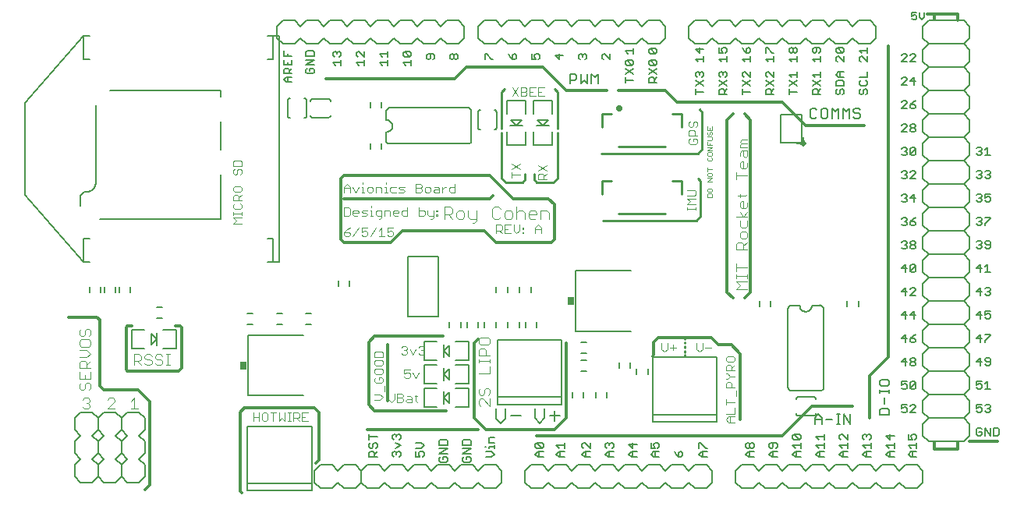
<source format=gto>
G75*
%MOIN*%
%OFA0B0*%
%FSLAX25Y25*%
%IPPOS*%
%LPD*%
%AMOC8*
5,1,8,0,0,1.08239X$1,22.5*
%
%ADD10C,0.00400*%
%ADD11C,0.01200*%
%ADD12C,0.00300*%
%ADD13C,0.01000*%
%ADD14C,0.00200*%
%ADD15C,0.00600*%
%ADD16C,0.00800*%
%ADD17C,0.00500*%
%ADD18R,0.03000X0.03400*%
%ADD19C,0.01600*%
D10*
X0026654Y0043950D02*
X0025886Y0044717D01*
X0026654Y0043950D02*
X0028188Y0043950D01*
X0028956Y0044717D01*
X0028956Y0045485D01*
X0028188Y0046252D01*
X0027421Y0046252D01*
X0028188Y0046252D02*
X0028956Y0047019D01*
X0028956Y0047787D01*
X0028188Y0048554D01*
X0026654Y0048554D01*
X0025886Y0047787D01*
X0026167Y0052075D02*
X0026934Y0052842D01*
X0026934Y0054377D01*
X0027702Y0055144D01*
X0028469Y0055144D01*
X0029236Y0054377D01*
X0029236Y0052842D01*
X0028469Y0052075D01*
X0026167Y0052075D02*
X0025400Y0052075D01*
X0024632Y0052842D01*
X0024632Y0054377D01*
X0025400Y0055144D01*
X0024632Y0056679D02*
X0029236Y0056679D01*
X0029236Y0059748D01*
X0029236Y0061283D02*
X0024632Y0061283D01*
X0024632Y0063585D01*
X0025400Y0064352D01*
X0026934Y0064352D01*
X0027702Y0063585D01*
X0027702Y0061283D01*
X0027702Y0062817D02*
X0029236Y0064352D01*
X0027702Y0065887D02*
X0024632Y0065887D01*
X0024632Y0068956D02*
X0027702Y0068956D01*
X0029236Y0067421D01*
X0027702Y0065887D01*
X0028469Y0070491D02*
X0029236Y0071258D01*
X0029236Y0072793D01*
X0028469Y0073560D01*
X0025400Y0073560D01*
X0024632Y0072793D01*
X0024632Y0071258D01*
X0025400Y0070491D01*
X0028469Y0070491D01*
X0028469Y0075095D02*
X0029236Y0075862D01*
X0029236Y0077397D01*
X0028469Y0078164D01*
X0027702Y0078164D01*
X0026934Y0077397D01*
X0026934Y0075862D01*
X0026167Y0075095D01*
X0025400Y0075095D01*
X0024632Y0075862D01*
X0024632Y0077397D01*
X0025400Y0078164D01*
X0047761Y0067304D02*
X0050063Y0067304D01*
X0050831Y0066537D01*
X0050831Y0065002D01*
X0050063Y0064235D01*
X0047761Y0064235D01*
X0047761Y0062700D02*
X0047761Y0067304D01*
X0052365Y0066537D02*
X0052365Y0065769D01*
X0053133Y0065002D01*
X0054667Y0065002D01*
X0055435Y0064235D01*
X0055435Y0063467D01*
X0054667Y0062700D01*
X0053133Y0062700D01*
X0052365Y0063467D01*
X0050831Y0062700D02*
X0049296Y0064235D01*
X0052365Y0066537D02*
X0053133Y0067304D01*
X0054667Y0067304D01*
X0055435Y0066537D01*
X0056969Y0066537D02*
X0056969Y0065769D01*
X0057737Y0065002D01*
X0059271Y0065002D01*
X0060039Y0064235D01*
X0060039Y0063467D01*
X0059271Y0062700D01*
X0057737Y0062700D01*
X0056969Y0063467D01*
X0056969Y0066537D02*
X0057737Y0067304D01*
X0059271Y0067304D01*
X0060039Y0066537D01*
X0061573Y0067304D02*
X0063108Y0067304D01*
X0062341Y0067304D02*
X0062341Y0062700D01*
X0063108Y0062700D02*
X0061573Y0062700D01*
X0048046Y0048554D02*
X0048046Y0043950D01*
X0046511Y0043950D02*
X0049581Y0043950D01*
X0046511Y0047019D02*
X0048046Y0048554D01*
X0039581Y0047787D02*
X0039581Y0047019D01*
X0036511Y0043950D01*
X0039581Y0043950D01*
X0039581Y0047787D02*
X0038813Y0048554D01*
X0037279Y0048554D01*
X0036511Y0047787D01*
X0026934Y0056679D02*
X0026934Y0058214D01*
X0024632Y0059748D02*
X0024632Y0056679D01*
X0180418Y0125200D02*
X0180418Y0130404D01*
X0183020Y0130404D01*
X0183887Y0129537D01*
X0183887Y0127802D01*
X0183020Y0126935D01*
X0180418Y0126935D01*
X0182153Y0126935D02*
X0183887Y0125200D01*
X0185574Y0126067D02*
X0186442Y0125200D01*
X0188176Y0125200D01*
X0189044Y0126067D01*
X0189044Y0127802D01*
X0188176Y0128670D01*
X0186442Y0128670D01*
X0185574Y0127802D01*
X0185574Y0126067D01*
X0190731Y0126067D02*
X0191598Y0125200D01*
X0194200Y0125200D01*
X0194200Y0124333D02*
X0193333Y0123465D01*
X0192465Y0123465D01*
X0194200Y0124333D02*
X0194200Y0128670D01*
X0190731Y0128670D02*
X0190731Y0126067D01*
X0201043Y0126067D02*
X0201911Y0125200D01*
X0203646Y0125200D01*
X0204513Y0126067D01*
X0206200Y0126067D02*
X0207067Y0125200D01*
X0208802Y0125200D01*
X0209669Y0126067D01*
X0209669Y0127802D01*
X0208802Y0128670D01*
X0207067Y0128670D01*
X0206200Y0127802D01*
X0206200Y0126067D01*
X0204513Y0129537D02*
X0203646Y0130404D01*
X0201911Y0130404D01*
X0201043Y0129537D01*
X0201043Y0126067D01*
X0211356Y0125200D02*
X0211356Y0130404D01*
X0212224Y0128670D02*
X0213958Y0128670D01*
X0214826Y0127802D01*
X0214826Y0125200D01*
X0216513Y0126067D02*
X0216513Y0127802D01*
X0217380Y0128670D01*
X0219115Y0128670D01*
X0219982Y0127802D01*
X0219982Y0126935D01*
X0216513Y0126935D01*
X0216513Y0126067D02*
X0217380Y0125200D01*
X0219115Y0125200D01*
X0221669Y0125200D02*
X0221669Y0128670D01*
X0224271Y0128670D01*
X0225139Y0127802D01*
X0225139Y0125200D01*
X0212224Y0128670D02*
X0211356Y0127802D01*
X0305257Y0125893D02*
X0309861Y0125893D01*
X0308327Y0125893D02*
X0306792Y0128195D01*
X0307559Y0129729D02*
X0306792Y0130497D01*
X0306792Y0132031D01*
X0307559Y0132799D01*
X0308327Y0132799D01*
X0308327Y0129729D01*
X0309094Y0129729D02*
X0307559Y0129729D01*
X0309094Y0129729D02*
X0309861Y0130497D01*
X0309861Y0132031D01*
X0309861Y0128195D02*
X0308327Y0125893D01*
X0309861Y0124358D02*
X0309861Y0122056D01*
X0309094Y0121289D01*
X0307559Y0121289D01*
X0306792Y0122056D01*
X0306792Y0124358D01*
X0307559Y0119754D02*
X0306792Y0118987D01*
X0306792Y0117452D01*
X0307559Y0116685D01*
X0309094Y0116685D01*
X0309861Y0117452D01*
X0309861Y0118987D01*
X0309094Y0119754D01*
X0307559Y0119754D01*
X0307559Y0115150D02*
X0308327Y0114383D01*
X0308327Y0112081D01*
X0309861Y0112081D02*
X0305257Y0112081D01*
X0305257Y0114383D01*
X0306025Y0115150D01*
X0307559Y0115150D01*
X0308327Y0113616D02*
X0309861Y0115150D01*
X0305257Y0105942D02*
X0305257Y0102873D01*
X0305257Y0101339D02*
X0305257Y0099804D01*
X0305257Y0100571D02*
X0309861Y0100571D01*
X0309861Y0099804D02*
X0309861Y0101339D01*
X0309861Y0098269D02*
X0305257Y0098269D01*
X0306792Y0096735D01*
X0305257Y0095200D01*
X0309861Y0095200D01*
X0309861Y0104408D02*
X0305257Y0104408D01*
X0306792Y0134333D02*
X0306792Y0135868D01*
X0306025Y0135101D02*
X0309094Y0135101D01*
X0309861Y0135868D01*
X0305257Y0142007D02*
X0305257Y0145076D01*
X0305257Y0143541D02*
X0309861Y0143541D01*
X0309094Y0146610D02*
X0307559Y0146610D01*
X0306792Y0147378D01*
X0306792Y0148912D01*
X0307559Y0149680D01*
X0308327Y0149680D01*
X0308327Y0146610D01*
X0309094Y0146610D02*
X0309861Y0147378D01*
X0309861Y0148912D01*
X0309094Y0151214D02*
X0308327Y0151982D01*
X0308327Y0154284D01*
X0307559Y0154284D02*
X0309861Y0154284D01*
X0309861Y0151982D01*
X0309094Y0151214D01*
X0306792Y0151982D02*
X0306792Y0153516D01*
X0307559Y0154284D01*
X0306792Y0155818D02*
X0306792Y0156586D01*
X0307559Y0157353D01*
X0306792Y0158120D01*
X0307559Y0158888D01*
X0309861Y0158888D01*
X0309861Y0157353D02*
X0307559Y0157353D01*
X0306792Y0155818D02*
X0309861Y0155818D01*
X0199861Y0073591D02*
X0199094Y0074358D01*
X0196025Y0074358D01*
X0195257Y0073591D01*
X0195257Y0072056D01*
X0196025Y0071289D01*
X0199094Y0071289D01*
X0199861Y0072056D01*
X0199861Y0073591D01*
X0197559Y0069754D02*
X0198327Y0068987D01*
X0198327Y0066685D01*
X0199861Y0066685D02*
X0195257Y0066685D01*
X0195257Y0068987D01*
X0196025Y0069754D01*
X0197559Y0069754D01*
X0195257Y0065150D02*
X0195257Y0063616D01*
X0195257Y0064383D02*
X0199861Y0064383D01*
X0199861Y0063616D02*
X0199861Y0065150D01*
X0199861Y0062081D02*
X0199861Y0059012D01*
X0195257Y0059012D01*
X0196025Y0052873D02*
X0195257Y0052106D01*
X0195257Y0050571D01*
X0196025Y0049804D01*
X0196792Y0049804D01*
X0197559Y0050571D01*
X0197559Y0052106D01*
X0198327Y0052873D01*
X0199094Y0052873D01*
X0199861Y0052106D01*
X0199861Y0050571D01*
X0199094Y0049804D01*
X0199861Y0048269D02*
X0199861Y0045200D01*
X0196792Y0048269D01*
X0196025Y0048269D01*
X0195257Y0047502D01*
X0195257Y0045967D01*
X0196025Y0045200D01*
D11*
X0193186Y0040000D02*
X0198186Y0035000D01*
X0227561Y0035000D01*
X0232561Y0040000D01*
X0232561Y0071875D01*
X0269436Y0066250D02*
X0270061Y0066875D01*
X0270061Y0072500D01*
X0271936Y0074375D01*
X0283186Y0074375D01*
X0294436Y0074375D01*
X0297561Y0071250D01*
X0303186Y0071250D01*
X0306936Y0067500D01*
X0306936Y0039375D01*
X0325061Y0032500D02*
X0337561Y0045000D01*
X0355061Y0045000D01*
X0362161Y0040000D02*
X0362161Y0058200D01*
X0370161Y0066200D01*
X0370161Y0199000D01*
X0390061Y0210300D02*
X0390061Y0212800D01*
X0387061Y0212800D01*
X0390061Y0212800D02*
X0400061Y0212800D01*
X0400061Y0210200D01*
X0335061Y0165000D02*
X0325061Y0175000D01*
X0280061Y0175000D01*
X0275061Y0180000D01*
X0255061Y0180000D01*
X0250061Y0180000D02*
X0232561Y0180000D01*
X0222561Y0190000D01*
X0190061Y0190000D01*
X0185061Y0185000D01*
X0130061Y0185000D01*
X0137561Y0143750D02*
X0136311Y0142500D01*
X0136311Y0116250D01*
X0137561Y0115000D01*
X0157561Y0115000D01*
X0162561Y0120000D01*
X0197561Y0120000D01*
X0202561Y0115000D01*
X0226311Y0115000D01*
X0227561Y0116250D01*
X0227561Y0131250D01*
X0225061Y0133750D01*
X0210061Y0133750D01*
X0200061Y0143750D01*
X0137561Y0143750D01*
X0137561Y0133750D02*
X0200061Y0133750D01*
X0201311Y0135000D01*
X0301311Y0167500D02*
X0301311Y0093750D01*
X0303811Y0091250D01*
X0308811Y0091250D02*
X0311311Y0093750D01*
X0311311Y0167500D01*
X0308811Y0170000D01*
X0303811Y0170000D02*
X0301311Y0167500D01*
X0335061Y0165000D02*
X0360061Y0165000D01*
X0195061Y0073750D02*
X0193186Y0071875D01*
X0193186Y0040000D01*
X0195061Y0035000D02*
X0147561Y0035000D01*
X0150686Y0043125D02*
X0181311Y0043125D01*
X0156311Y0047500D02*
X0156311Y0071250D01*
X0150686Y0075000D02*
X0148186Y0072500D01*
X0148186Y0045625D01*
X0150686Y0043125D01*
X0126936Y0042500D02*
X0125061Y0044375D01*
X0095061Y0044375D01*
X0093186Y0042500D01*
X0093186Y0008750D01*
X0093811Y0008125D01*
X0125686Y0020625D02*
X0126936Y0021875D01*
X0126936Y0042500D01*
X0068186Y0061250D02*
X0068186Y0078750D01*
X0067561Y0079375D01*
X0065686Y0079375D01*
X0046936Y0079375D02*
X0045061Y0079375D01*
X0044436Y0078750D01*
X0044436Y0060625D01*
X0045061Y0060000D01*
X0066936Y0060000D01*
X0068186Y0061250D01*
X0054436Y0046875D02*
X0049436Y0051875D01*
X0035061Y0051875D01*
X0033186Y0053750D01*
X0033186Y0081875D01*
X0031936Y0083125D01*
X0020061Y0083125D01*
X0054436Y0046875D02*
X0054436Y0011250D01*
X0052561Y0009375D01*
X0150686Y0075000D02*
X0180061Y0075000D01*
X0220061Y0032500D02*
X0325061Y0032500D01*
X0390061Y0029700D02*
X0390061Y0026800D01*
X0400061Y0026800D01*
X0400061Y0029800D01*
X0405061Y0030000D02*
X0416861Y0030000D01*
D12*
X0304536Y0038185D02*
X0302068Y0038185D01*
X0300833Y0039419D01*
X0302068Y0040654D01*
X0304536Y0040654D01*
X0304536Y0041868D02*
X0300833Y0041868D01*
X0302685Y0040654D02*
X0302685Y0038185D01*
X0304536Y0041868D02*
X0304536Y0044337D01*
X0304536Y0046785D02*
X0300833Y0046785D01*
X0300833Y0045551D02*
X0300833Y0048020D01*
X0305154Y0049234D02*
X0305154Y0051703D01*
X0304536Y0052917D02*
X0300833Y0052917D01*
X0300833Y0054769D01*
X0301450Y0055386D01*
X0302685Y0055386D01*
X0303302Y0054769D01*
X0303302Y0052917D01*
X0301450Y0056601D02*
X0302685Y0057835D01*
X0304536Y0057835D01*
X0302685Y0057835D02*
X0301450Y0059069D01*
X0300833Y0059069D01*
X0300833Y0060284D02*
X0300833Y0062135D01*
X0301450Y0062752D01*
X0302685Y0062752D01*
X0303302Y0062135D01*
X0303302Y0060284D01*
X0303302Y0061518D02*
X0304536Y0062752D01*
X0303919Y0063967D02*
X0301450Y0063967D01*
X0300833Y0064584D01*
X0300833Y0065818D01*
X0301450Y0066436D01*
X0303919Y0066436D01*
X0304536Y0065818D01*
X0304536Y0064584D01*
X0303919Y0063967D01*
X0304536Y0060284D02*
X0300833Y0060284D01*
X0300833Y0056601D02*
X0301450Y0056601D01*
X0289571Y0068275D02*
X0290805Y0069509D01*
X0290805Y0071978D01*
X0292020Y0070127D02*
X0294488Y0070127D01*
X0289571Y0068275D02*
X0288336Y0069509D01*
X0288336Y0071978D01*
X0279488Y0070127D02*
X0277020Y0070127D01*
X0275805Y0069509D02*
X0275805Y0071978D01*
X0273336Y0071978D02*
X0273336Y0069509D01*
X0274571Y0068275D01*
X0275805Y0069509D01*
X0278254Y0068892D02*
X0278254Y0071361D01*
X0221754Y0118900D02*
X0221754Y0121369D01*
X0220520Y0122603D01*
X0219286Y0121369D01*
X0219286Y0118900D01*
X0219286Y0120752D02*
X0221754Y0120752D01*
X0214378Y0120752D02*
X0213761Y0120752D01*
X0213761Y0121369D01*
X0214378Y0121369D01*
X0214378Y0120752D01*
X0214378Y0119517D02*
X0214378Y0118900D01*
X0213761Y0118900D01*
X0213761Y0119517D01*
X0214378Y0119517D01*
X0212546Y0120134D02*
X0212546Y0122603D01*
X0210078Y0122603D02*
X0210078Y0120134D01*
X0211312Y0118900D01*
X0212546Y0120134D01*
X0208863Y0118900D02*
X0206395Y0118900D01*
X0206395Y0122603D01*
X0208863Y0122603D01*
X0207629Y0120752D02*
X0206395Y0120752D01*
X0205180Y0120752D02*
X0204563Y0120134D01*
X0202711Y0120134D01*
X0202711Y0118900D02*
X0202711Y0122603D01*
X0204563Y0122603D01*
X0205180Y0121986D01*
X0205180Y0120752D01*
X0203946Y0120134D02*
X0205180Y0118900D01*
X0177615Y0126400D02*
X0176998Y0126400D01*
X0176998Y0127017D01*
X0177615Y0127017D01*
X0177615Y0126400D01*
X0175784Y0126400D02*
X0173932Y0126400D01*
X0173315Y0127017D01*
X0173315Y0128869D01*
X0172101Y0128252D02*
X0172101Y0127017D01*
X0171484Y0126400D01*
X0169632Y0126400D01*
X0169632Y0130103D01*
X0169632Y0128869D02*
X0171484Y0128869D01*
X0172101Y0128252D01*
X0175784Y0128869D02*
X0175784Y0125783D01*
X0175167Y0125166D01*
X0174550Y0125166D01*
X0176998Y0128252D02*
X0176998Y0128869D01*
X0177615Y0128869D01*
X0177615Y0128252D01*
X0176998Y0128252D01*
X0164734Y0128869D02*
X0162883Y0128869D01*
X0162266Y0128252D01*
X0162266Y0127017D01*
X0162883Y0126400D01*
X0164734Y0126400D01*
X0164734Y0130103D01*
X0161051Y0128252D02*
X0161051Y0127634D01*
X0158583Y0127634D01*
X0158583Y0127017D02*
X0158583Y0128252D01*
X0159200Y0128869D01*
X0160434Y0128869D01*
X0161051Y0128252D01*
X0160434Y0126400D02*
X0159200Y0126400D01*
X0158583Y0127017D01*
X0157368Y0126400D02*
X0157368Y0128252D01*
X0156751Y0128869D01*
X0154899Y0128869D01*
X0154899Y0126400D01*
X0153685Y0126400D02*
X0151833Y0126400D01*
X0151216Y0127017D01*
X0151216Y0128252D01*
X0151833Y0128869D01*
X0153685Y0128869D01*
X0153685Y0125783D01*
X0153068Y0125166D01*
X0152451Y0125166D01*
X0149995Y0126400D02*
X0148761Y0126400D01*
X0149378Y0126400D02*
X0149378Y0128869D01*
X0148761Y0128869D01*
X0147546Y0128869D02*
X0145695Y0128869D01*
X0145078Y0128252D01*
X0145695Y0127634D01*
X0146929Y0127634D01*
X0147546Y0127017D01*
X0146929Y0126400D01*
X0145078Y0126400D01*
X0143863Y0127634D02*
X0141395Y0127634D01*
X0141395Y0127017D02*
X0141395Y0128252D01*
X0142012Y0128869D01*
X0143246Y0128869D01*
X0143863Y0128252D01*
X0143863Y0127634D01*
X0143246Y0126400D02*
X0142012Y0126400D01*
X0141395Y0127017D01*
X0140180Y0127017D02*
X0140180Y0129486D01*
X0139563Y0130103D01*
X0137711Y0130103D01*
X0137711Y0126400D01*
X0139563Y0126400D01*
X0140180Y0127017D01*
X0140180Y0121353D02*
X0138946Y0120736D01*
X0137711Y0119502D01*
X0139563Y0119502D01*
X0140180Y0118884D01*
X0140180Y0118267D01*
X0139563Y0117650D01*
X0138329Y0117650D01*
X0137711Y0118267D01*
X0137711Y0119502D01*
X0141395Y0117650D02*
X0143863Y0121353D01*
X0145078Y0121353D02*
X0145078Y0119502D01*
X0146312Y0120119D01*
X0146929Y0120119D01*
X0147546Y0119502D01*
X0147546Y0118267D01*
X0146929Y0117650D01*
X0145695Y0117650D01*
X0145078Y0118267D01*
X0148761Y0117650D02*
X0151230Y0121353D01*
X0152444Y0120119D02*
X0153678Y0121353D01*
X0153678Y0117650D01*
X0152444Y0117650D02*
X0154913Y0117650D01*
X0156127Y0118267D02*
X0156744Y0117650D01*
X0157979Y0117650D01*
X0158596Y0118267D01*
X0158596Y0119502D01*
X0157979Y0120119D01*
X0157362Y0120119D01*
X0156127Y0119502D01*
X0156127Y0121353D01*
X0158596Y0121353D01*
X0147546Y0121353D02*
X0145078Y0121353D01*
X0149378Y0130103D02*
X0149378Y0130720D01*
X0149385Y0136400D02*
X0150002Y0137017D01*
X0150002Y0138252D01*
X0149385Y0138869D01*
X0148150Y0138869D01*
X0147533Y0138252D01*
X0147533Y0137017D01*
X0148150Y0136400D01*
X0149385Y0136400D01*
X0151216Y0136400D02*
X0151216Y0138869D01*
X0153068Y0138869D01*
X0153685Y0138252D01*
X0153685Y0136400D01*
X0154899Y0136400D02*
X0156134Y0136400D01*
X0155517Y0136400D02*
X0155517Y0138869D01*
X0154899Y0138869D01*
X0155517Y0140103D02*
X0155517Y0140720D01*
X0157972Y0138869D02*
X0157355Y0138252D01*
X0157355Y0137017D01*
X0157972Y0136400D01*
X0159824Y0136400D01*
X0161038Y0136400D02*
X0162890Y0136400D01*
X0163507Y0137017D01*
X0162890Y0137634D01*
X0161655Y0137634D01*
X0161038Y0138252D01*
X0161655Y0138869D01*
X0163507Y0138869D01*
X0159824Y0138869D02*
X0157972Y0138869D01*
X0168404Y0138252D02*
X0170256Y0138252D01*
X0170873Y0137634D01*
X0170873Y0137017D01*
X0170256Y0136400D01*
X0168404Y0136400D01*
X0168404Y0140103D01*
X0170256Y0140103D01*
X0170873Y0139486D01*
X0170873Y0138869D01*
X0170256Y0138252D01*
X0172087Y0138252D02*
X0172087Y0137017D01*
X0172705Y0136400D01*
X0173939Y0136400D01*
X0174556Y0137017D01*
X0174556Y0138252D01*
X0173939Y0138869D01*
X0172705Y0138869D01*
X0172087Y0138252D01*
X0175771Y0137017D02*
X0176388Y0137634D01*
X0178239Y0137634D01*
X0178239Y0138252D02*
X0178239Y0136400D01*
X0176388Y0136400D01*
X0175771Y0137017D01*
X0176388Y0138869D02*
X0177622Y0138869D01*
X0178239Y0138252D01*
X0179454Y0138869D02*
X0179454Y0136400D01*
X0179454Y0137634D02*
X0180688Y0138869D01*
X0181305Y0138869D01*
X0182523Y0138252D02*
X0183140Y0138869D01*
X0184992Y0138869D01*
X0184992Y0140103D02*
X0184992Y0136400D01*
X0183140Y0136400D01*
X0182523Y0137017D01*
X0182523Y0138252D01*
X0209333Y0142650D02*
X0209333Y0145119D01*
X0209333Y0146333D02*
X0213036Y0148802D01*
X0213036Y0146333D02*
X0209333Y0148802D01*
X0209333Y0143884D02*
X0213036Y0143884D01*
X0220583Y0143877D02*
X0220583Y0142025D01*
X0224286Y0142025D01*
X0223052Y0142025D02*
X0223052Y0143877D01*
X0222435Y0144494D01*
X0221200Y0144494D01*
X0220583Y0143877D01*
X0220583Y0145708D02*
X0224286Y0148177D01*
X0224286Y0145708D02*
X0220583Y0148177D01*
X0224286Y0144494D02*
X0223052Y0143259D01*
X0284333Y0137507D02*
X0287419Y0137507D01*
X0288036Y0136890D01*
X0288036Y0135656D01*
X0287419Y0135039D01*
X0284333Y0135039D01*
X0284333Y0133824D02*
X0288036Y0133824D01*
X0288036Y0131355D02*
X0284333Y0131355D01*
X0285568Y0132590D01*
X0284333Y0133824D01*
X0284333Y0130134D02*
X0284333Y0128900D01*
X0284333Y0129517D02*
X0288036Y0129517D01*
X0288036Y0128900D02*
X0288036Y0130134D01*
X0288044Y0157025D02*
X0285575Y0157025D01*
X0284958Y0157642D01*
X0284958Y0158877D01*
X0285575Y0159494D01*
X0286810Y0159494D02*
X0286810Y0158259D01*
X0286810Y0159494D02*
X0288044Y0159494D01*
X0288661Y0158877D01*
X0288661Y0157642D01*
X0288044Y0157025D01*
X0287427Y0160708D02*
X0287427Y0162560D01*
X0286810Y0163177D01*
X0285575Y0163177D01*
X0284958Y0162560D01*
X0284958Y0160708D01*
X0288661Y0160708D01*
X0288044Y0164391D02*
X0288661Y0165008D01*
X0288661Y0166243D01*
X0288044Y0166860D01*
X0287427Y0166860D01*
X0286810Y0166243D01*
X0286810Y0165008D01*
X0286193Y0164391D01*
X0285575Y0164391D01*
X0284958Y0165008D01*
X0284958Y0166243D01*
X0285575Y0166860D01*
X0223105Y0177650D02*
X0220636Y0177650D01*
X0220636Y0181353D01*
X0223105Y0181353D01*
X0221870Y0179502D02*
X0220636Y0179502D01*
X0219421Y0181353D02*
X0216953Y0181353D01*
X0216953Y0177650D01*
X0219421Y0177650D01*
X0218187Y0179502D02*
X0216953Y0179502D01*
X0215738Y0180119D02*
X0215121Y0179502D01*
X0213270Y0179502D01*
X0215121Y0179502D02*
X0215738Y0178884D01*
X0215738Y0178267D01*
X0215121Y0177650D01*
X0213270Y0177650D01*
X0213270Y0181353D01*
X0215121Y0181353D01*
X0215738Y0180736D01*
X0215738Y0180119D01*
X0212055Y0181353D02*
X0209586Y0177650D01*
X0212055Y0177650D02*
X0209586Y0181353D01*
X0145695Y0140720D02*
X0145695Y0140103D01*
X0145695Y0138869D02*
X0145695Y0136400D01*
X0145078Y0136400D02*
X0146312Y0136400D01*
X0145695Y0138869D02*
X0145078Y0138869D01*
X0143863Y0138869D02*
X0142629Y0136400D01*
X0141395Y0138869D01*
X0140180Y0138869D02*
X0140180Y0136400D01*
X0140180Y0138252D02*
X0137711Y0138252D01*
X0137711Y0138869D02*
X0137711Y0136400D01*
X0137711Y0138869D02*
X0138946Y0140103D01*
X0140180Y0138869D01*
X0093911Y0138519D02*
X0093294Y0139136D01*
X0090825Y0139136D01*
X0090208Y0138519D01*
X0090208Y0137285D01*
X0090825Y0136667D01*
X0093294Y0136667D01*
X0093911Y0137285D01*
X0093911Y0138519D01*
X0093911Y0135453D02*
X0092677Y0134219D01*
X0092677Y0134836D02*
X0092677Y0132984D01*
X0093911Y0132984D02*
X0090208Y0132984D01*
X0090208Y0134836D01*
X0090825Y0135453D01*
X0092060Y0135453D01*
X0092677Y0134836D01*
X0093294Y0131770D02*
X0093911Y0131153D01*
X0093911Y0129918D01*
X0093294Y0129301D01*
X0090825Y0129301D01*
X0090208Y0129918D01*
X0090208Y0131153D01*
X0090825Y0131770D01*
X0090208Y0128080D02*
X0090208Y0126846D01*
X0090208Y0127463D02*
X0093911Y0127463D01*
X0093911Y0126846D02*
X0093911Y0128080D01*
X0093911Y0125631D02*
X0090208Y0125631D01*
X0091443Y0124397D01*
X0090208Y0123163D01*
X0093911Y0123163D01*
X0093294Y0144034D02*
X0093911Y0144651D01*
X0093911Y0145885D01*
X0093294Y0146502D01*
X0092677Y0146502D01*
X0092060Y0145885D01*
X0092060Y0144651D01*
X0091443Y0144034D01*
X0090825Y0144034D01*
X0090208Y0144651D01*
X0090208Y0145885D01*
X0090825Y0146502D01*
X0090208Y0147717D02*
X0090208Y0149568D01*
X0090825Y0150186D01*
X0093294Y0150186D01*
X0093911Y0149568D01*
X0093911Y0147717D01*
X0090208Y0147717D01*
X0162704Y0070728D02*
X0163938Y0070728D01*
X0164555Y0070111D01*
X0164555Y0069494D01*
X0163938Y0068877D01*
X0164555Y0068259D01*
X0164555Y0067642D01*
X0163938Y0067025D01*
X0162704Y0067025D01*
X0162086Y0067642D01*
X0163321Y0068877D02*
X0163938Y0068877D01*
X0165770Y0069494D02*
X0167004Y0067025D01*
X0168238Y0069494D01*
X0169453Y0070111D02*
X0170070Y0070728D01*
X0171304Y0070728D01*
X0171921Y0070111D01*
X0171921Y0069494D01*
X0171304Y0068877D01*
X0171921Y0068259D01*
X0171921Y0067642D01*
X0171304Y0067025D01*
X0170070Y0067025D01*
X0169453Y0067642D01*
X0170687Y0068877D02*
X0171304Y0068877D01*
X0162704Y0070728D02*
X0162086Y0070111D01*
X0154286Y0067917D02*
X0154286Y0066066D01*
X0150583Y0066066D01*
X0150583Y0067917D01*
X0151200Y0068534D01*
X0153669Y0068534D01*
X0154286Y0067917D01*
X0153669Y0064851D02*
X0151200Y0064851D01*
X0150583Y0064234D01*
X0150583Y0063000D01*
X0151200Y0062383D01*
X0153669Y0062383D01*
X0154286Y0063000D01*
X0154286Y0064234D01*
X0153669Y0064851D01*
X0153669Y0061168D02*
X0151200Y0061168D01*
X0150583Y0060551D01*
X0150583Y0059317D01*
X0151200Y0058699D01*
X0153669Y0058699D01*
X0154286Y0059317D01*
X0154286Y0060551D01*
X0153669Y0061168D01*
X0153669Y0057485D02*
X0152435Y0057485D01*
X0152435Y0056251D01*
X0153669Y0057485D02*
X0154286Y0056868D01*
X0154286Y0055633D01*
X0153669Y0055016D01*
X0151200Y0055016D01*
X0150583Y0055633D01*
X0150583Y0056868D01*
X0151200Y0057485D01*
X0154904Y0053802D02*
X0154904Y0051333D01*
X0156707Y0050478D02*
X0156707Y0048009D01*
X0157941Y0046775D01*
X0159175Y0048009D01*
X0159175Y0050478D01*
X0160390Y0050478D02*
X0162241Y0050478D01*
X0162858Y0049861D01*
X0162858Y0049244D01*
X0162241Y0048627D01*
X0160390Y0048627D01*
X0160390Y0050478D02*
X0160390Y0046775D01*
X0162241Y0046775D01*
X0162858Y0047392D01*
X0162858Y0048009D01*
X0162241Y0048627D01*
X0164073Y0047392D02*
X0164690Y0048009D01*
X0166542Y0048009D01*
X0166542Y0048627D02*
X0166542Y0046775D01*
X0164690Y0046775D01*
X0164073Y0047392D01*
X0164690Y0049244D02*
X0165924Y0049244D01*
X0166542Y0048627D01*
X0167756Y0049244D02*
X0168990Y0049244D01*
X0168373Y0049861D02*
X0168373Y0047392D01*
X0168990Y0046775D01*
X0154286Y0048884D02*
X0153052Y0050119D01*
X0150583Y0050119D01*
X0150583Y0047650D02*
X0153052Y0047650D01*
X0154286Y0048884D01*
X0163336Y0057642D02*
X0163954Y0057025D01*
X0165188Y0057025D01*
X0165805Y0057642D01*
X0165805Y0058877D01*
X0165188Y0059494D01*
X0164571Y0059494D01*
X0163336Y0058877D01*
X0163336Y0060728D01*
X0165805Y0060728D01*
X0167020Y0059494D02*
X0168254Y0057025D01*
X0169488Y0059494D01*
X0122122Y0042353D02*
X0119653Y0042353D01*
X0119653Y0038650D01*
X0122122Y0038650D01*
X0120888Y0040502D02*
X0119653Y0040502D01*
X0118439Y0040502D02*
X0117822Y0039884D01*
X0115970Y0039884D01*
X0115970Y0038650D02*
X0115970Y0042353D01*
X0117822Y0042353D01*
X0118439Y0041736D01*
X0118439Y0040502D01*
X0117204Y0039884D02*
X0118439Y0038650D01*
X0114749Y0038650D02*
X0113515Y0038650D01*
X0114132Y0038650D02*
X0114132Y0042353D01*
X0113515Y0042353D02*
X0114749Y0042353D01*
X0112300Y0042353D02*
X0112300Y0038650D01*
X0111066Y0039884D01*
X0109832Y0038650D01*
X0109832Y0042353D01*
X0108617Y0042353D02*
X0106148Y0042353D01*
X0107383Y0042353D02*
X0107383Y0038650D01*
X0104934Y0039267D02*
X0104934Y0041736D01*
X0104317Y0042353D01*
X0103082Y0042353D01*
X0102465Y0041736D01*
X0102465Y0039267D01*
X0103082Y0038650D01*
X0104317Y0038650D01*
X0104934Y0039267D01*
X0101251Y0038650D02*
X0101251Y0042353D01*
X0101251Y0040502D02*
X0098782Y0040502D01*
X0098782Y0042353D02*
X0098782Y0038650D01*
D13*
X0248186Y0124375D02*
X0288186Y0124375D01*
X0290061Y0126250D01*
X0290061Y0141250D01*
X0288811Y0142500D01*
X0282061Y0141250D02*
X0282061Y0135750D01*
X0282061Y0141250D02*
X0278061Y0141250D01*
X0288811Y0153125D02*
X0290686Y0155000D01*
X0290686Y0170625D01*
X0289436Y0171875D01*
X0282061Y0170000D02*
X0282061Y0164500D01*
X0282061Y0170000D02*
X0278061Y0170000D01*
X0275061Y0156000D02*
X0255061Y0156000D01*
X0247561Y0153125D02*
X0288811Y0153125D01*
X0252061Y0141250D02*
X0248061Y0141250D01*
X0248061Y0135750D01*
X0255061Y0127250D02*
X0275061Y0127250D01*
X0228811Y0142500D02*
X0226936Y0140625D01*
X0220061Y0140625D01*
X0218811Y0141875D01*
X0218811Y0144375D01*
X0215061Y0144375D02*
X0215061Y0141875D01*
X0213811Y0140625D01*
X0206936Y0140625D01*
X0205061Y0142500D01*
X0205061Y0161875D01*
X0205061Y0163750D02*
X0205061Y0179375D01*
X0206311Y0180625D01*
X0227561Y0180625D02*
X0228811Y0179375D01*
X0228811Y0163750D01*
X0228811Y0161875D02*
X0228811Y0142500D01*
X0248061Y0164500D02*
X0248061Y0170000D01*
X0252061Y0170000D01*
X0283186Y0074375D02*
X0283186Y0073750D01*
X0283186Y0072500D02*
X0283186Y0071875D01*
X0283186Y0070625D02*
X0283186Y0070000D01*
X0283186Y0068750D02*
X0283186Y0068125D01*
X0283186Y0066875D02*
X0283186Y0066250D01*
D14*
X0292760Y0134475D02*
X0292760Y0135576D01*
X0293127Y0135943D01*
X0294594Y0135943D01*
X0294961Y0135576D01*
X0294961Y0134475D01*
X0292760Y0134475D01*
X0293127Y0136685D02*
X0294594Y0136685D01*
X0294961Y0137052D01*
X0294961Y0137786D01*
X0294594Y0138153D01*
X0293127Y0138153D01*
X0292760Y0137786D01*
X0292760Y0137052D01*
X0293127Y0136685D01*
X0292760Y0141105D02*
X0294961Y0142573D01*
X0292760Y0142573D01*
X0293127Y0143315D02*
X0294594Y0143315D01*
X0294961Y0143681D01*
X0294961Y0144415D01*
X0294594Y0144782D01*
X0293127Y0144782D01*
X0292760Y0144415D01*
X0292760Y0143681D01*
X0293127Y0143315D01*
X0292760Y0145524D02*
X0292760Y0146992D01*
X0292760Y0146258D02*
X0294961Y0146258D01*
X0294594Y0149944D02*
X0294961Y0150311D01*
X0294961Y0151045D01*
X0294594Y0151412D01*
X0294594Y0152154D02*
X0294961Y0152521D01*
X0294961Y0153255D01*
X0294594Y0153622D01*
X0293127Y0153622D01*
X0292760Y0153255D01*
X0292760Y0152521D01*
X0293127Y0152154D01*
X0294594Y0152154D01*
X0293127Y0151412D02*
X0292760Y0151045D01*
X0292760Y0150311D01*
X0293127Y0149944D01*
X0294594Y0149944D01*
X0294961Y0154364D02*
X0292760Y0154364D01*
X0294961Y0155832D01*
X0292760Y0155832D01*
X0292760Y0156574D02*
X0292760Y0158042D01*
X0292760Y0158784D02*
X0294594Y0158784D01*
X0294961Y0159151D01*
X0294961Y0159885D01*
X0294594Y0160252D01*
X0292760Y0160252D01*
X0293127Y0160994D02*
X0293494Y0160994D01*
X0293860Y0161361D01*
X0293860Y0162094D01*
X0294227Y0162461D01*
X0294594Y0162461D01*
X0294961Y0162094D01*
X0294961Y0161361D01*
X0294594Y0160994D01*
X0293127Y0160994D02*
X0292760Y0161361D01*
X0292760Y0162094D01*
X0293127Y0162461D01*
X0292760Y0163203D02*
X0294961Y0163203D01*
X0294961Y0164671D01*
X0293860Y0163937D02*
X0293860Y0163203D01*
X0292760Y0163203D02*
X0292760Y0164671D01*
X0293860Y0157308D02*
X0293860Y0156574D01*
X0292760Y0156574D02*
X0294961Y0156574D01*
X0294961Y0141105D02*
X0292760Y0141105D01*
D15*
X0287859Y0178300D02*
X0287859Y0180569D01*
X0287859Y0179434D02*
X0291261Y0179434D01*
X0297859Y0180001D02*
X0298426Y0180569D01*
X0299560Y0180569D01*
X0300127Y0180001D01*
X0300127Y0178300D01*
X0300127Y0179434D02*
X0301261Y0180569D01*
X0301261Y0181983D02*
X0297859Y0184252D01*
X0298426Y0185666D02*
X0297859Y0186233D01*
X0297859Y0187368D01*
X0298426Y0187935D01*
X0298993Y0187935D01*
X0299560Y0187368D01*
X0300127Y0187935D01*
X0300694Y0187935D01*
X0301261Y0187368D01*
X0301261Y0186233D01*
X0300694Y0185666D01*
X0301261Y0184252D02*
X0297859Y0181983D01*
X0297859Y0180001D02*
X0297859Y0178300D01*
X0301261Y0178300D01*
X0307859Y0178300D02*
X0307859Y0180569D01*
X0307859Y0179434D02*
X0311261Y0179434D01*
X0311261Y0181983D02*
X0307859Y0184252D01*
X0308426Y0185666D02*
X0307859Y0186233D01*
X0307859Y0187368D01*
X0308426Y0187935D01*
X0308993Y0187935D01*
X0311261Y0185666D01*
X0311261Y0187935D01*
X0311261Y0184252D02*
X0307859Y0181983D01*
X0299560Y0186801D02*
X0299560Y0187368D01*
X0298993Y0192300D02*
X0297859Y0193434D01*
X0301261Y0193434D01*
X0301261Y0192300D02*
X0301261Y0194569D01*
X0300694Y0195983D02*
X0301261Y0196550D01*
X0301261Y0197685D01*
X0300694Y0198252D01*
X0299560Y0198252D01*
X0298993Y0197685D01*
X0298993Y0197117D01*
X0299560Y0195983D01*
X0297859Y0195983D01*
X0297859Y0198252D01*
X0291261Y0197685D02*
X0287859Y0197685D01*
X0289560Y0195983D01*
X0289560Y0198252D01*
X0291261Y0194569D02*
X0291261Y0192300D01*
X0291261Y0193434D02*
X0287859Y0193434D01*
X0288993Y0192300D01*
X0288993Y0187935D02*
X0289560Y0187368D01*
X0290127Y0187935D01*
X0290694Y0187935D01*
X0291261Y0187368D01*
X0291261Y0186233D01*
X0290694Y0185666D01*
X0291261Y0184252D02*
X0287859Y0181983D01*
X0287859Y0184252D02*
X0291261Y0181983D01*
X0288426Y0185666D02*
X0287859Y0186233D01*
X0287859Y0187368D01*
X0288426Y0187935D01*
X0288993Y0187935D01*
X0289560Y0187368D02*
X0289560Y0186801D01*
X0271261Y0186983D02*
X0267859Y0189252D01*
X0268426Y0190666D02*
X0267859Y0191233D01*
X0267859Y0192368D01*
X0268426Y0192935D01*
X0270694Y0190666D01*
X0271261Y0191233D01*
X0271261Y0192368D01*
X0270694Y0192935D01*
X0268426Y0192935D01*
X0268426Y0190666D02*
X0270694Y0190666D01*
X0271261Y0189252D02*
X0267859Y0186983D01*
X0268426Y0185569D02*
X0269560Y0185569D01*
X0270127Y0185001D01*
X0270127Y0183300D01*
X0270127Y0184434D02*
X0271261Y0185569D01*
X0271261Y0183300D02*
X0267859Y0183300D01*
X0267859Y0185001D01*
X0268426Y0185569D01*
X0261261Y0184434D02*
X0257859Y0184434D01*
X0257859Y0183300D02*
X0257859Y0185569D01*
X0257859Y0186983D02*
X0261261Y0189252D01*
X0260694Y0190666D02*
X0258426Y0192935D01*
X0260694Y0192935D01*
X0261261Y0192368D01*
X0261261Y0191233D01*
X0260694Y0190666D01*
X0258426Y0190666D01*
X0257859Y0191233D01*
X0257859Y0192368D01*
X0258426Y0192935D01*
X0258993Y0195800D02*
X0257859Y0196934D01*
X0261261Y0196934D01*
X0261261Y0195800D02*
X0261261Y0198069D01*
X0267859Y0197501D02*
X0267859Y0196367D01*
X0268426Y0195800D01*
X0270694Y0195800D01*
X0268426Y0198069D01*
X0270694Y0198069D01*
X0271261Y0197501D01*
X0271261Y0196367D01*
X0270694Y0195800D01*
X0268426Y0198069D02*
X0267859Y0197501D01*
X0261261Y0186983D02*
X0257859Y0189252D01*
X0251261Y0193300D02*
X0248993Y0195569D01*
X0248426Y0195569D01*
X0247859Y0195001D01*
X0247859Y0193867D01*
X0248426Y0193300D01*
X0251261Y0193300D02*
X0251261Y0195569D01*
X0241261Y0195001D02*
X0241261Y0193867D01*
X0240694Y0193300D01*
X0239560Y0194434D02*
X0239560Y0195001D01*
X0240127Y0195569D01*
X0240694Y0195569D01*
X0241261Y0195001D01*
X0239560Y0195001D02*
X0238993Y0195569D01*
X0238426Y0195569D01*
X0237859Y0195001D01*
X0237859Y0193867D01*
X0238426Y0193300D01*
X0231261Y0195001D02*
X0227859Y0195001D01*
X0229560Y0193300D01*
X0229560Y0195569D01*
X0221261Y0195001D02*
X0221261Y0193867D01*
X0220694Y0193300D01*
X0219560Y0193300D02*
X0218993Y0194434D01*
X0218993Y0195001D01*
X0219560Y0195569D01*
X0220694Y0195569D01*
X0221261Y0195001D01*
X0219560Y0193300D02*
X0217859Y0193300D01*
X0217859Y0195569D01*
X0211261Y0195001D02*
X0211261Y0193867D01*
X0210694Y0193300D01*
X0209560Y0193300D01*
X0209560Y0195001D01*
X0210127Y0195569D01*
X0210694Y0195569D01*
X0211261Y0195001D01*
X0209560Y0193300D02*
X0208426Y0194434D01*
X0207859Y0195569D01*
X0201261Y0193300D02*
X0200694Y0193300D01*
X0198426Y0195569D01*
X0197859Y0195569D01*
X0197859Y0193300D01*
X0186261Y0193867D02*
X0185694Y0193300D01*
X0185127Y0193300D01*
X0184560Y0193867D01*
X0184560Y0195001D01*
X0185127Y0195569D01*
X0185694Y0195569D01*
X0186261Y0195001D01*
X0186261Y0193867D01*
X0184560Y0193867D02*
X0183993Y0193300D01*
X0183426Y0193300D01*
X0182859Y0193867D01*
X0182859Y0195001D01*
X0183426Y0195569D01*
X0183993Y0195569D01*
X0184560Y0195001D01*
X0176261Y0195001D02*
X0176261Y0193867D01*
X0175694Y0193300D01*
X0174560Y0193867D02*
X0174560Y0195569D01*
X0175694Y0195569D02*
X0173426Y0195569D01*
X0172859Y0195001D01*
X0172859Y0193867D01*
X0173426Y0193300D01*
X0173993Y0193300D01*
X0174560Y0193867D01*
X0176261Y0195001D02*
X0175694Y0195569D01*
X0166261Y0195050D02*
X0165694Y0194483D01*
X0163426Y0196752D01*
X0165694Y0196752D01*
X0166261Y0196185D01*
X0166261Y0195050D01*
X0165694Y0194483D02*
X0163426Y0194483D01*
X0162859Y0195050D01*
X0162859Y0196185D01*
X0163426Y0196752D01*
X0166261Y0193069D02*
X0166261Y0190800D01*
X0166261Y0191934D02*
X0162859Y0191934D01*
X0163993Y0190800D01*
X0156261Y0190800D02*
X0156261Y0193069D01*
X0156261Y0191934D02*
X0152859Y0191934D01*
X0153993Y0190800D01*
X0153993Y0194483D02*
X0152859Y0195617D01*
X0156261Y0195617D01*
X0156261Y0194483D02*
X0156261Y0196752D01*
X0146261Y0196752D02*
X0146261Y0194483D01*
X0143993Y0196752D01*
X0143426Y0196752D01*
X0142859Y0196185D01*
X0142859Y0195050D01*
X0143426Y0194483D01*
X0142859Y0191934D02*
X0146261Y0191934D01*
X0146261Y0190800D02*
X0146261Y0193069D01*
X0143993Y0190800D02*
X0142859Y0191934D01*
X0136261Y0191934D02*
X0132859Y0191934D01*
X0133993Y0190800D01*
X0136261Y0190800D02*
X0136261Y0193069D01*
X0135694Y0194483D02*
X0136261Y0195050D01*
X0136261Y0196185D01*
X0135694Y0196752D01*
X0135127Y0196752D01*
X0134560Y0196185D01*
X0134560Y0195617D01*
X0134560Y0196185D02*
X0133993Y0196752D01*
X0133426Y0196752D01*
X0132859Y0196185D01*
X0132859Y0195050D01*
X0133426Y0194483D01*
X0124761Y0194617D02*
X0124761Y0196318D01*
X0124194Y0196885D01*
X0121926Y0196885D01*
X0121359Y0196318D01*
X0121359Y0194617D01*
X0124761Y0194617D01*
X0124761Y0193202D02*
X0121359Y0193202D01*
X0121359Y0190934D02*
X0124761Y0193202D01*
X0124761Y0190934D02*
X0121359Y0190934D01*
X0121926Y0189519D02*
X0121359Y0188952D01*
X0121359Y0187818D01*
X0121926Y0187251D01*
X0124194Y0187251D01*
X0124761Y0187818D01*
X0124761Y0188952D01*
X0124194Y0189519D01*
X0123060Y0189519D01*
X0123060Y0188385D01*
X0115261Y0189519D02*
X0114127Y0188385D01*
X0114127Y0188952D02*
X0114127Y0187251D01*
X0115261Y0187251D02*
X0111859Y0187251D01*
X0111859Y0188952D01*
X0112426Y0189519D01*
X0113560Y0189519D01*
X0114127Y0188952D01*
X0113560Y0190934D02*
X0113560Y0192068D01*
X0111859Y0190934D02*
X0115261Y0190934D01*
X0115261Y0193202D01*
X0115261Y0194617D02*
X0111859Y0194617D01*
X0111859Y0196885D01*
X0113560Y0195751D02*
X0113560Y0194617D01*
X0111859Y0193202D02*
X0111859Y0190934D01*
X0112993Y0185836D02*
X0115261Y0185836D01*
X0113560Y0185836D02*
X0113560Y0183567D01*
X0112993Y0183567D02*
X0111859Y0184702D01*
X0112993Y0185836D01*
X0112993Y0183567D02*
X0115261Y0183567D01*
X0148949Y0174931D02*
X0148949Y0172569D01*
X0153674Y0172569D02*
X0153674Y0174931D01*
X0153674Y0157431D02*
X0153674Y0155069D01*
X0148949Y0155069D02*
X0148949Y0157431D01*
X0139924Y0098681D02*
X0139924Y0096319D01*
X0135199Y0096319D02*
X0135199Y0098681D01*
X0123743Y0084862D02*
X0121380Y0084862D01*
X0121380Y0080138D02*
X0123743Y0080138D01*
X0111243Y0080138D02*
X0108880Y0080138D01*
X0108880Y0084862D02*
X0111243Y0084862D01*
X0098743Y0084862D02*
X0096380Y0084862D01*
X0096380Y0080138D02*
X0098743Y0080138D01*
X0059993Y0082638D02*
X0057630Y0082638D01*
X0057630Y0087362D02*
X0059993Y0087362D01*
X0046174Y0093819D02*
X0046174Y0096181D01*
X0041449Y0096181D02*
X0041449Y0093819D01*
X0039924Y0093819D02*
X0039924Y0096181D01*
X0035199Y0096181D02*
X0035199Y0093819D01*
X0033674Y0093819D02*
X0033674Y0096181D01*
X0028949Y0096181D02*
X0028949Y0093819D01*
X0148359Y0033035D02*
X0148359Y0030766D01*
X0148359Y0031901D02*
X0151761Y0031901D01*
X0151194Y0029352D02*
X0151761Y0028785D01*
X0151761Y0027650D01*
X0151194Y0027083D01*
X0150060Y0027650D02*
X0150060Y0028785D01*
X0150627Y0029352D01*
X0151194Y0029352D01*
X0150060Y0027650D02*
X0149493Y0027083D01*
X0148926Y0027083D01*
X0148359Y0027650D01*
X0148359Y0028785D01*
X0148926Y0029352D01*
X0148926Y0025669D02*
X0150060Y0025669D01*
X0150627Y0025101D01*
X0150627Y0023400D01*
X0150627Y0024534D02*
X0151761Y0025669D01*
X0151761Y0023400D02*
X0148359Y0023400D01*
X0148359Y0025101D01*
X0148926Y0025669D01*
X0158359Y0025101D02*
X0158926Y0025669D01*
X0159493Y0025669D01*
X0160060Y0025101D01*
X0160627Y0025669D01*
X0161194Y0025669D01*
X0161761Y0025101D01*
X0161761Y0023967D01*
X0161194Y0023400D01*
X0160060Y0024534D02*
X0160060Y0025101D01*
X0158359Y0025101D02*
X0158359Y0023967D01*
X0158926Y0023400D01*
X0159493Y0027083D02*
X0161761Y0028217D01*
X0159493Y0029352D01*
X0158926Y0030766D02*
X0158359Y0031333D01*
X0158359Y0032468D01*
X0158926Y0033035D01*
X0159493Y0033035D01*
X0160060Y0032468D01*
X0160627Y0033035D01*
X0161194Y0033035D01*
X0161761Y0032468D01*
X0161761Y0031333D01*
X0161194Y0030766D01*
X0160060Y0031901D02*
X0160060Y0032468D01*
X0168359Y0029352D02*
X0170627Y0029352D01*
X0171761Y0028217D01*
X0170627Y0027083D01*
X0168359Y0027083D01*
X0168359Y0025669D02*
X0168359Y0023400D01*
X0170060Y0023400D01*
X0169493Y0024534D01*
X0169493Y0025101D01*
X0170060Y0025669D01*
X0171194Y0025669D01*
X0171761Y0025101D01*
X0171761Y0023967D01*
X0171194Y0023400D01*
X0178359Y0022852D02*
X0178359Y0021718D01*
X0178926Y0021151D01*
X0181194Y0021151D01*
X0181761Y0021718D01*
X0181761Y0022852D01*
X0181194Y0023419D01*
X0180060Y0023419D01*
X0180060Y0022285D01*
X0178926Y0023419D02*
X0178359Y0022852D01*
X0178359Y0024834D02*
X0181761Y0027102D01*
X0178359Y0027102D01*
X0178359Y0028517D02*
X0178359Y0030218D01*
X0178926Y0030785D01*
X0181194Y0030785D01*
X0181761Y0030218D01*
X0181761Y0028517D01*
X0178359Y0028517D01*
X0178359Y0024834D02*
X0181761Y0024834D01*
X0188359Y0024834D02*
X0191761Y0027102D01*
X0188359Y0027102D01*
X0188359Y0028517D02*
X0188359Y0030218D01*
X0188926Y0030785D01*
X0191194Y0030785D01*
X0191761Y0030218D01*
X0191761Y0028517D01*
X0188359Y0028517D01*
X0188359Y0024834D02*
X0191761Y0024834D01*
X0191194Y0023419D02*
X0190060Y0023419D01*
X0190060Y0022285D01*
X0191194Y0023419D02*
X0191761Y0022852D01*
X0191761Y0021718D01*
X0191194Y0021151D01*
X0188926Y0021151D01*
X0188359Y0021718D01*
X0188359Y0022852D01*
X0188926Y0023419D01*
X0197791Y0027650D02*
X0198359Y0027650D01*
X0199493Y0027650D02*
X0201761Y0027650D01*
X0201761Y0027083D02*
X0201761Y0028217D01*
X0201761Y0029539D02*
X0199493Y0029539D01*
X0199493Y0031240D01*
X0200060Y0031807D01*
X0201761Y0031807D01*
X0199493Y0027650D02*
X0199493Y0027083D01*
X0200627Y0025669D02*
X0198359Y0025669D01*
X0200627Y0025669D02*
X0201761Y0024534D01*
X0200627Y0023400D01*
X0198359Y0023400D01*
X0219359Y0024534D02*
X0220493Y0023400D01*
X0222761Y0023400D01*
X0221060Y0023400D02*
X0221060Y0025669D01*
X0220493Y0025669D02*
X0222761Y0025669D01*
X0222194Y0027083D02*
X0219926Y0029352D01*
X0222194Y0029352D01*
X0222761Y0028785D01*
X0222761Y0027650D01*
X0222194Y0027083D01*
X0219926Y0027083D01*
X0219359Y0027650D01*
X0219359Y0028785D01*
X0219926Y0029352D01*
X0220493Y0025669D02*
X0219359Y0024534D01*
X0228359Y0024534D02*
X0229493Y0023400D01*
X0231761Y0023400D01*
X0230060Y0023400D02*
X0230060Y0025669D01*
X0229493Y0025669D02*
X0231761Y0025669D01*
X0231761Y0027083D02*
X0231761Y0029352D01*
X0231761Y0028217D02*
X0228359Y0028217D01*
X0229493Y0027083D01*
X0229493Y0025669D02*
X0228359Y0024534D01*
X0239359Y0024534D02*
X0240493Y0025669D01*
X0242761Y0025669D01*
X0242761Y0027083D02*
X0240493Y0029352D01*
X0239926Y0029352D01*
X0239359Y0028785D01*
X0239359Y0027650D01*
X0239926Y0027083D01*
X0241060Y0025669D02*
X0241060Y0023400D01*
X0240493Y0023400D02*
X0239359Y0024534D01*
X0240493Y0023400D02*
X0242761Y0023400D01*
X0242761Y0027083D02*
X0242761Y0029352D01*
X0249359Y0028785D02*
X0249359Y0027650D01*
X0249926Y0027083D01*
X0250493Y0025669D02*
X0252761Y0025669D01*
X0252194Y0027083D02*
X0252761Y0027650D01*
X0252761Y0028785D01*
X0252194Y0029352D01*
X0251627Y0029352D01*
X0251060Y0028785D01*
X0251060Y0028217D01*
X0251060Y0028785D02*
X0250493Y0029352D01*
X0249926Y0029352D01*
X0249359Y0028785D01*
X0250493Y0025669D02*
X0249359Y0024534D01*
X0250493Y0023400D01*
X0252761Y0023400D01*
X0251060Y0023400D02*
X0251060Y0025669D01*
X0259359Y0024534D02*
X0260493Y0023400D01*
X0262761Y0023400D01*
X0261060Y0023400D02*
X0261060Y0025669D01*
X0260493Y0025669D02*
X0262761Y0025669D01*
X0261060Y0027083D02*
X0261060Y0029352D01*
X0262761Y0028785D02*
X0259359Y0028785D01*
X0261060Y0027083D01*
X0260493Y0025669D02*
X0259359Y0024534D01*
X0268859Y0024534D02*
X0269993Y0025669D01*
X0272261Y0025669D01*
X0271694Y0027083D02*
X0272261Y0027650D01*
X0272261Y0028785D01*
X0271694Y0029352D01*
X0270560Y0029352D01*
X0269993Y0028785D01*
X0269993Y0028217D01*
X0270560Y0027083D01*
X0268859Y0027083D01*
X0268859Y0029352D01*
X0270560Y0025669D02*
X0270560Y0023400D01*
X0269993Y0023400D02*
X0268859Y0024534D01*
X0269993Y0023400D02*
X0272261Y0023400D01*
X0278859Y0025669D02*
X0279426Y0024534D01*
X0280560Y0023400D01*
X0280560Y0025101D01*
X0281127Y0025669D01*
X0281694Y0025669D01*
X0282261Y0025101D01*
X0282261Y0023967D01*
X0281694Y0023400D01*
X0280560Y0023400D01*
X0289359Y0024534D02*
X0290493Y0023400D01*
X0292761Y0023400D01*
X0291060Y0023400D02*
X0291060Y0025669D01*
X0290493Y0025669D02*
X0292761Y0025669D01*
X0292761Y0027083D02*
X0292194Y0027083D01*
X0289926Y0029352D01*
X0289359Y0029352D01*
X0289359Y0027083D01*
X0290493Y0025669D02*
X0289359Y0024534D01*
X0309359Y0024534D02*
X0310493Y0023400D01*
X0312761Y0023400D01*
X0311060Y0023400D02*
X0311060Y0025669D01*
X0310493Y0025669D02*
X0312761Y0025669D01*
X0312194Y0027083D02*
X0311627Y0027083D01*
X0311060Y0027650D01*
X0311060Y0028785D01*
X0311627Y0029352D01*
X0312194Y0029352D01*
X0312761Y0028785D01*
X0312761Y0027650D01*
X0312194Y0027083D01*
X0311060Y0027650D02*
X0310493Y0027083D01*
X0309926Y0027083D01*
X0309359Y0027650D01*
X0309359Y0028785D01*
X0309926Y0029352D01*
X0310493Y0029352D01*
X0311060Y0028785D01*
X0310493Y0025669D02*
X0309359Y0024534D01*
X0319359Y0024534D02*
X0320493Y0025669D01*
X0322761Y0025669D01*
X0322194Y0027083D02*
X0322761Y0027650D01*
X0322761Y0028785D01*
X0322194Y0029352D01*
X0319926Y0029352D01*
X0319359Y0028785D01*
X0319359Y0027650D01*
X0319926Y0027083D01*
X0320493Y0027083D01*
X0321060Y0027650D01*
X0321060Y0029352D01*
X0321060Y0025669D02*
X0321060Y0023400D01*
X0320493Y0023400D02*
X0319359Y0024534D01*
X0320493Y0023400D02*
X0322761Y0023400D01*
X0329359Y0024534D02*
X0330493Y0023400D01*
X0332761Y0023400D01*
X0331060Y0023400D02*
X0331060Y0025669D01*
X0330493Y0025669D02*
X0332761Y0025669D01*
X0332761Y0027083D02*
X0332761Y0029352D01*
X0332761Y0028217D02*
X0329359Y0028217D01*
X0330493Y0027083D01*
X0330493Y0025669D02*
X0329359Y0024534D01*
X0339359Y0024534D02*
X0340493Y0023400D01*
X0342761Y0023400D01*
X0341060Y0023400D02*
X0341060Y0025669D01*
X0340493Y0025669D02*
X0342761Y0025669D01*
X0342761Y0027083D02*
X0342761Y0029352D01*
X0342761Y0028217D02*
X0339359Y0028217D01*
X0340493Y0027083D01*
X0340493Y0025669D02*
X0339359Y0024534D01*
X0349359Y0024534D02*
X0350493Y0025669D01*
X0352761Y0025669D01*
X0352761Y0027083D02*
X0352761Y0029352D01*
X0352761Y0028217D02*
X0349359Y0028217D01*
X0350493Y0027083D01*
X0351060Y0025669D02*
X0351060Y0023400D01*
X0350493Y0023400D02*
X0349359Y0024534D01*
X0350493Y0023400D02*
X0352761Y0023400D01*
X0359359Y0024534D02*
X0360493Y0023400D01*
X0362761Y0023400D01*
X0361060Y0023400D02*
X0361060Y0025669D01*
X0360493Y0025669D02*
X0362761Y0025669D01*
X0362761Y0027083D02*
X0362761Y0029352D01*
X0362761Y0028217D02*
X0359359Y0028217D01*
X0360493Y0027083D01*
X0360493Y0025669D02*
X0359359Y0024534D01*
X0369359Y0024534D02*
X0370493Y0023400D01*
X0372761Y0023400D01*
X0371060Y0023400D02*
X0371060Y0025669D01*
X0370493Y0025669D02*
X0372761Y0025669D01*
X0372761Y0027083D02*
X0372761Y0029352D01*
X0372761Y0028217D02*
X0369359Y0028217D01*
X0370493Y0027083D01*
X0370493Y0025669D02*
X0369359Y0024534D01*
X0378859Y0024534D02*
X0379993Y0025669D01*
X0382261Y0025669D01*
X0382261Y0027083D02*
X0382261Y0029352D01*
X0382261Y0028217D02*
X0378859Y0028217D01*
X0379993Y0027083D01*
X0380560Y0025669D02*
X0380560Y0023400D01*
X0379993Y0023400D02*
X0378859Y0024534D01*
X0379993Y0023400D02*
X0382261Y0023400D01*
X0381694Y0030766D02*
X0382261Y0031333D01*
X0382261Y0032468D01*
X0381694Y0033035D01*
X0380560Y0033035D01*
X0379993Y0032468D01*
X0379993Y0031901D01*
X0380560Y0030766D01*
X0378859Y0030766D01*
X0378859Y0033035D01*
X0372761Y0032468D02*
X0369359Y0032468D01*
X0371060Y0030766D01*
X0371060Y0033035D01*
X0362761Y0032468D02*
X0362761Y0031333D01*
X0362194Y0030766D01*
X0361060Y0031901D02*
X0361060Y0032468D01*
X0361627Y0033035D01*
X0362194Y0033035D01*
X0362761Y0032468D01*
X0361060Y0032468D02*
X0360493Y0033035D01*
X0359926Y0033035D01*
X0359359Y0032468D01*
X0359359Y0031333D01*
X0359926Y0030766D01*
X0352761Y0030766D02*
X0350493Y0033035D01*
X0349926Y0033035D01*
X0349359Y0032468D01*
X0349359Y0031333D01*
X0349926Y0030766D01*
X0352761Y0030766D02*
X0352761Y0033035D01*
X0342761Y0033035D02*
X0342761Y0030766D01*
X0342761Y0031901D02*
X0339359Y0031901D01*
X0340493Y0030766D01*
X0332761Y0031333D02*
X0332194Y0030766D01*
X0329926Y0033035D01*
X0332194Y0033035D01*
X0332761Y0032468D01*
X0332761Y0031333D01*
X0332194Y0030766D02*
X0329926Y0030766D01*
X0329359Y0031333D01*
X0329359Y0032468D01*
X0329926Y0033035D01*
X0375961Y0042867D02*
X0376529Y0042300D01*
X0377663Y0042300D01*
X0378230Y0042867D01*
X0378230Y0044001D01*
X0377663Y0044569D01*
X0377096Y0044569D01*
X0375961Y0044001D01*
X0375961Y0045703D01*
X0378230Y0045703D01*
X0379645Y0045136D02*
X0380212Y0045703D01*
X0381346Y0045703D01*
X0381913Y0045136D01*
X0381913Y0044569D01*
X0379645Y0042300D01*
X0381913Y0042300D01*
X0385061Y0042500D02*
X0387561Y0040000D01*
X0385061Y0042500D02*
X0385061Y0047500D01*
X0387561Y0050000D01*
X0402561Y0050000D01*
X0405061Y0052500D01*
X0405061Y0057500D01*
X0402561Y0060000D01*
X0387561Y0060000D01*
X0385061Y0062500D01*
X0385061Y0067500D01*
X0387561Y0070000D01*
X0402561Y0070000D01*
X0405061Y0072500D01*
X0405061Y0077500D01*
X0402561Y0080000D01*
X0387561Y0080000D01*
X0385061Y0082500D01*
X0385061Y0087500D01*
X0387561Y0090000D01*
X0402561Y0090000D01*
X0405061Y0092500D01*
X0405061Y0097500D01*
X0402561Y0100000D01*
X0387561Y0100000D01*
X0385061Y0102500D01*
X0385061Y0107500D01*
X0387561Y0110000D01*
X0402561Y0110000D01*
X0405061Y0107500D01*
X0405061Y0102500D01*
X0402561Y0100000D01*
X0407861Y0104101D02*
X0410130Y0104101D01*
X0411545Y0104669D02*
X0412679Y0105803D01*
X0412679Y0102400D01*
X0411545Y0102400D02*
X0413813Y0102400D01*
X0409563Y0102400D02*
X0409563Y0105803D01*
X0407861Y0104101D01*
X0402561Y0110000D02*
X0405061Y0112500D01*
X0405061Y0117500D01*
X0402561Y0120000D01*
X0387561Y0120000D01*
X0385061Y0117500D01*
X0385061Y0112500D01*
X0387561Y0110000D01*
X0381913Y0112867D02*
X0381346Y0112300D01*
X0380212Y0112300D01*
X0379645Y0112867D01*
X0379645Y0113434D01*
X0380212Y0114001D01*
X0381346Y0114001D01*
X0381913Y0113434D01*
X0381913Y0112867D01*
X0381346Y0114001D02*
X0381913Y0114569D01*
X0381913Y0115136D01*
X0381346Y0115703D01*
X0380212Y0115703D01*
X0379645Y0115136D01*
X0379645Y0114569D01*
X0380212Y0114001D01*
X0378230Y0113434D02*
X0378230Y0112867D01*
X0377663Y0112300D01*
X0376529Y0112300D01*
X0375961Y0112867D01*
X0377096Y0114001D02*
X0377663Y0114001D01*
X0378230Y0113434D01*
X0377663Y0114001D02*
X0378230Y0114569D01*
X0378230Y0115136D01*
X0377663Y0115703D01*
X0376529Y0115703D01*
X0375961Y0115136D01*
X0385061Y0122500D02*
X0387561Y0120000D01*
X0385061Y0122500D02*
X0385061Y0127500D01*
X0387561Y0130000D01*
X0402561Y0130000D01*
X0405061Y0132500D01*
X0405061Y0137500D01*
X0402561Y0140000D01*
X0387561Y0140000D01*
X0385061Y0142500D01*
X0385061Y0147500D01*
X0387561Y0150000D01*
X0402561Y0150000D01*
X0405061Y0152500D01*
X0405061Y0157500D01*
X0402561Y0160000D01*
X0387561Y0160000D01*
X0385061Y0162500D01*
X0385061Y0167500D01*
X0387561Y0170000D01*
X0402561Y0170000D01*
X0405061Y0172500D01*
X0405061Y0177500D01*
X0402561Y0180000D01*
X0387561Y0180000D01*
X0385061Y0182500D01*
X0385061Y0187500D01*
X0387561Y0190000D01*
X0402561Y0190000D01*
X0405061Y0187500D01*
X0405061Y0182500D01*
X0402561Y0180000D01*
X0402561Y0190000D02*
X0405061Y0192500D01*
X0405061Y0197500D01*
X0402561Y0200000D01*
X0387561Y0200000D02*
X0385061Y0197500D01*
X0385061Y0192500D01*
X0387561Y0190000D01*
X0381913Y0192300D02*
X0379645Y0192300D01*
X0381913Y0194569D01*
X0381913Y0195136D01*
X0381346Y0195703D01*
X0380212Y0195703D01*
X0379645Y0195136D01*
X0378230Y0195136D02*
X0378230Y0194569D01*
X0375961Y0192300D01*
X0378230Y0192300D01*
X0378230Y0195136D02*
X0377663Y0195703D01*
X0376529Y0195703D01*
X0375961Y0195136D01*
X0361261Y0194569D02*
X0361261Y0192300D01*
X0358993Y0194569D01*
X0358426Y0194569D01*
X0357859Y0194001D01*
X0357859Y0192867D01*
X0358426Y0192300D01*
X0358993Y0195983D02*
X0357859Y0197117D01*
X0361261Y0197117D01*
X0361261Y0195983D02*
X0361261Y0198252D01*
X0351261Y0197685D02*
X0351261Y0196550D01*
X0350694Y0195983D01*
X0348426Y0198252D01*
X0350694Y0198252D01*
X0351261Y0197685D01*
X0350694Y0195983D02*
X0348426Y0195983D01*
X0347859Y0196550D01*
X0347859Y0197685D01*
X0348426Y0198252D01*
X0348426Y0194569D02*
X0347859Y0194001D01*
X0347859Y0192867D01*
X0348426Y0192300D01*
X0348426Y0194569D02*
X0348993Y0194569D01*
X0351261Y0192300D01*
X0351261Y0194569D01*
X0351261Y0187935D02*
X0348993Y0187935D01*
X0347859Y0186801D01*
X0348993Y0185666D01*
X0351261Y0185666D01*
X0350694Y0184252D02*
X0348426Y0184252D01*
X0347859Y0183685D01*
X0347859Y0181983D01*
X0351261Y0181983D01*
X0351261Y0183685D01*
X0350694Y0184252D01*
X0349560Y0185666D02*
X0349560Y0187935D01*
X0341261Y0187935D02*
X0341261Y0185666D01*
X0341261Y0186801D02*
X0337859Y0186801D01*
X0338993Y0185666D01*
X0337859Y0184252D02*
X0341261Y0181983D01*
X0341261Y0180569D02*
X0340127Y0179434D01*
X0340127Y0180001D02*
X0340127Y0178300D01*
X0341261Y0178300D02*
X0337859Y0178300D01*
X0337859Y0180001D01*
X0338426Y0180569D01*
X0339560Y0180569D01*
X0340127Y0180001D01*
X0337859Y0181983D02*
X0341261Y0184252D01*
X0347859Y0180001D02*
X0347859Y0178867D01*
X0348426Y0178300D01*
X0348993Y0178300D01*
X0349560Y0178867D01*
X0349560Y0180001D01*
X0350127Y0180569D01*
X0350694Y0180569D01*
X0351261Y0180001D01*
X0351261Y0178867D01*
X0350694Y0178300D01*
X0348426Y0180569D02*
X0347859Y0180001D01*
X0357859Y0180001D02*
X0357859Y0178867D01*
X0358426Y0178300D01*
X0358993Y0178300D01*
X0359560Y0178867D01*
X0359560Y0180001D01*
X0360127Y0180569D01*
X0360694Y0180569D01*
X0361261Y0180001D01*
X0361261Y0178867D01*
X0360694Y0178300D01*
X0358426Y0180569D02*
X0357859Y0180001D01*
X0358426Y0181983D02*
X0357859Y0182550D01*
X0357859Y0183685D01*
X0358426Y0184252D01*
X0357859Y0185666D02*
X0361261Y0185666D01*
X0361261Y0187935D01*
X0360694Y0184252D02*
X0361261Y0183685D01*
X0361261Y0182550D01*
X0360694Y0181983D01*
X0358426Y0181983D01*
X0375961Y0182300D02*
X0378230Y0184569D01*
X0378230Y0185136D01*
X0377663Y0185703D01*
X0376529Y0185703D01*
X0375961Y0185136D01*
X0375961Y0182300D02*
X0378230Y0182300D01*
X0379645Y0184001D02*
X0381346Y0185703D01*
X0381346Y0182300D01*
X0381913Y0184001D02*
X0379645Y0184001D01*
X0385061Y0177500D02*
X0387561Y0180000D01*
X0385061Y0177500D02*
X0385061Y0172500D01*
X0387561Y0170000D01*
X0381913Y0172867D02*
X0381913Y0173434D01*
X0381346Y0174001D01*
X0379645Y0174001D01*
X0379645Y0172867D01*
X0380212Y0172300D01*
X0381346Y0172300D01*
X0381913Y0172867D01*
X0379645Y0174001D02*
X0380779Y0175136D01*
X0381913Y0175703D01*
X0378230Y0175136D02*
X0377663Y0175703D01*
X0376529Y0175703D01*
X0375961Y0175136D01*
X0378230Y0175136D02*
X0378230Y0174569D01*
X0375961Y0172300D01*
X0378230Y0172300D01*
X0377663Y0165703D02*
X0376529Y0165703D01*
X0375961Y0165136D01*
X0377663Y0165703D02*
X0378230Y0165136D01*
X0378230Y0164569D01*
X0375961Y0162300D01*
X0378230Y0162300D01*
X0379645Y0162867D02*
X0379645Y0163434D01*
X0380212Y0164001D01*
X0381346Y0164001D01*
X0381913Y0163434D01*
X0381913Y0162867D01*
X0381346Y0162300D01*
X0380212Y0162300D01*
X0379645Y0162867D01*
X0380212Y0164001D02*
X0379645Y0164569D01*
X0379645Y0165136D01*
X0380212Y0165703D01*
X0381346Y0165703D01*
X0381913Y0165136D01*
X0381913Y0164569D01*
X0381346Y0164001D01*
X0387561Y0160000D02*
X0385061Y0157500D01*
X0385061Y0152500D01*
X0387561Y0150000D01*
X0381913Y0152867D02*
X0381346Y0152300D01*
X0380212Y0152300D01*
X0379645Y0152867D01*
X0381913Y0155136D01*
X0381913Y0152867D01*
X0379645Y0152867D02*
X0379645Y0155136D01*
X0380212Y0155703D01*
X0381346Y0155703D01*
X0381913Y0155136D01*
X0378230Y0155136D02*
X0378230Y0154569D01*
X0377663Y0154001D01*
X0378230Y0153434D01*
X0378230Y0152867D01*
X0377663Y0152300D01*
X0376529Y0152300D01*
X0375961Y0152867D01*
X0377096Y0154001D02*
X0377663Y0154001D01*
X0378230Y0155136D02*
X0377663Y0155703D01*
X0376529Y0155703D01*
X0375961Y0155136D01*
X0376529Y0145703D02*
X0377663Y0145703D01*
X0378230Y0145136D01*
X0378230Y0144569D01*
X0377663Y0144001D01*
X0378230Y0143434D01*
X0378230Y0142867D01*
X0377663Y0142300D01*
X0376529Y0142300D01*
X0375961Y0142867D01*
X0377096Y0144001D02*
X0377663Y0144001D01*
X0375961Y0145136D02*
X0376529Y0145703D01*
X0379645Y0145136D02*
X0380212Y0145703D01*
X0381346Y0145703D01*
X0381913Y0145136D01*
X0381913Y0144569D01*
X0379645Y0142300D01*
X0381913Y0142300D01*
X0385061Y0137500D02*
X0387561Y0140000D01*
X0385061Y0137500D02*
X0385061Y0132500D01*
X0387561Y0130000D01*
X0381346Y0132300D02*
X0381346Y0135703D01*
X0379645Y0134001D01*
X0381913Y0134001D01*
X0378230Y0133434D02*
X0378230Y0132867D01*
X0377663Y0132300D01*
X0376529Y0132300D01*
X0375961Y0132867D01*
X0377096Y0134001D02*
X0377663Y0134001D01*
X0378230Y0133434D01*
X0377663Y0134001D02*
X0378230Y0134569D01*
X0378230Y0135136D01*
X0377663Y0135703D01*
X0376529Y0135703D01*
X0375961Y0135136D01*
X0376529Y0125703D02*
X0377663Y0125703D01*
X0378230Y0125136D01*
X0378230Y0124569D01*
X0377663Y0124001D01*
X0378230Y0123434D01*
X0378230Y0122867D01*
X0377663Y0122300D01*
X0376529Y0122300D01*
X0375961Y0122867D01*
X0377096Y0124001D02*
X0377663Y0124001D01*
X0379645Y0124001D02*
X0379645Y0122867D01*
X0380212Y0122300D01*
X0381346Y0122300D01*
X0381913Y0122867D01*
X0381913Y0123434D01*
X0381346Y0124001D01*
X0379645Y0124001D01*
X0380779Y0125136D01*
X0381913Y0125703D01*
X0376529Y0125703D02*
X0375961Y0125136D01*
X0402561Y0130000D02*
X0405061Y0127500D01*
X0405061Y0122500D01*
X0402561Y0120000D01*
X0407861Y0122967D02*
X0408429Y0122400D01*
X0409563Y0122400D01*
X0410130Y0122967D01*
X0410130Y0123534D01*
X0409563Y0124101D01*
X0408996Y0124101D01*
X0409563Y0124101D02*
X0410130Y0124669D01*
X0410130Y0125236D01*
X0409563Y0125803D01*
X0408429Y0125803D01*
X0407861Y0125236D01*
X0411545Y0125803D02*
X0413813Y0125803D01*
X0413813Y0125236D01*
X0411545Y0122967D01*
X0411545Y0122400D01*
X0412112Y0115803D02*
X0411545Y0115236D01*
X0411545Y0114669D01*
X0412112Y0114101D01*
X0413813Y0114101D01*
X0413813Y0112967D02*
X0413813Y0115236D01*
X0413246Y0115803D01*
X0412112Y0115803D01*
X0410130Y0115236D02*
X0410130Y0114669D01*
X0409563Y0114101D01*
X0410130Y0113534D01*
X0410130Y0112967D01*
X0409563Y0112400D01*
X0408429Y0112400D01*
X0407861Y0112967D01*
X0408996Y0114101D02*
X0409563Y0114101D01*
X0410130Y0115236D02*
X0409563Y0115803D01*
X0408429Y0115803D01*
X0407861Y0115236D01*
X0411545Y0112967D02*
X0412112Y0112400D01*
X0413246Y0112400D01*
X0413813Y0112967D01*
X0387561Y0100000D02*
X0385061Y0097500D01*
X0385061Y0092500D01*
X0387561Y0090000D01*
X0381913Y0092300D02*
X0379645Y0092300D01*
X0381913Y0094569D01*
X0381913Y0095136D01*
X0381346Y0095703D01*
X0380212Y0095703D01*
X0379645Y0095136D01*
X0378230Y0094001D02*
X0375961Y0094001D01*
X0377663Y0095703D01*
X0377663Y0092300D01*
X0377663Y0085703D02*
X0375961Y0084001D01*
X0378230Y0084001D01*
X0379645Y0084001D02*
X0381346Y0085703D01*
X0381346Y0082300D01*
X0381913Y0084001D02*
X0379645Y0084001D01*
X0377663Y0082300D02*
X0377663Y0085703D01*
X0385061Y0077500D02*
X0387561Y0080000D01*
X0385061Y0077500D02*
X0385061Y0072500D01*
X0387561Y0070000D01*
X0381913Y0072867D02*
X0381913Y0073434D01*
X0381346Y0074001D01*
X0379645Y0074001D01*
X0379645Y0072867D01*
X0380212Y0072300D01*
X0381346Y0072300D01*
X0381913Y0072867D01*
X0379645Y0074001D02*
X0380779Y0075136D01*
X0381913Y0075703D01*
X0378230Y0074001D02*
X0375961Y0074001D01*
X0377663Y0075703D01*
X0377663Y0072300D01*
X0377663Y0065703D02*
X0375961Y0064001D01*
X0378230Y0064001D01*
X0379645Y0063434D02*
X0380212Y0064001D01*
X0381346Y0064001D01*
X0381913Y0063434D01*
X0381913Y0062867D01*
X0381346Y0062300D01*
X0380212Y0062300D01*
X0379645Y0062867D01*
X0379645Y0063434D01*
X0380212Y0064001D02*
X0379645Y0064569D01*
X0379645Y0065136D01*
X0380212Y0065703D01*
X0381346Y0065703D01*
X0381913Y0065136D01*
X0381913Y0064569D01*
X0381346Y0064001D01*
X0377663Y0062300D02*
X0377663Y0065703D01*
X0385061Y0057500D02*
X0387561Y0060000D01*
X0385061Y0057500D02*
X0385061Y0052500D01*
X0387561Y0050000D01*
X0381913Y0052867D02*
X0381346Y0052300D01*
X0380212Y0052300D01*
X0379645Y0052867D01*
X0381913Y0055136D01*
X0381913Y0052867D01*
X0379645Y0052867D02*
X0379645Y0055136D01*
X0380212Y0055703D01*
X0381346Y0055703D01*
X0381913Y0055136D01*
X0378230Y0055703D02*
X0375961Y0055703D01*
X0375961Y0054001D01*
X0377096Y0054569D01*
X0377663Y0054569D01*
X0378230Y0054001D01*
X0378230Y0052867D01*
X0377663Y0052300D01*
X0376529Y0052300D01*
X0375961Y0052867D01*
X0402561Y0050000D02*
X0405061Y0047500D01*
X0405061Y0042500D01*
X0402561Y0040000D01*
X0407861Y0042967D02*
X0408429Y0042400D01*
X0409563Y0042400D01*
X0410130Y0042967D01*
X0410130Y0044101D01*
X0409563Y0044669D01*
X0408996Y0044669D01*
X0407861Y0044101D01*
X0407861Y0045803D01*
X0410130Y0045803D01*
X0411545Y0045236D02*
X0412112Y0045803D01*
X0413246Y0045803D01*
X0413813Y0045236D01*
X0413813Y0044669D01*
X0413246Y0044101D01*
X0413813Y0043534D01*
X0413813Y0042967D01*
X0413246Y0042400D01*
X0412112Y0042400D01*
X0411545Y0042967D01*
X0412679Y0044101D02*
X0413246Y0044101D01*
X0413813Y0035803D02*
X0413813Y0032400D01*
X0411545Y0035803D01*
X0411545Y0032400D01*
X0410130Y0032967D02*
X0409563Y0032400D01*
X0408429Y0032400D01*
X0407861Y0032967D01*
X0407861Y0035236D01*
X0408429Y0035803D01*
X0409563Y0035803D01*
X0410130Y0035236D01*
X0410130Y0034101D02*
X0408996Y0034101D01*
X0410130Y0034101D02*
X0410130Y0032967D01*
X0415228Y0032400D02*
X0416929Y0032400D01*
X0417496Y0032967D01*
X0417496Y0035236D01*
X0416929Y0035803D01*
X0415228Y0035803D01*
X0415228Y0032400D01*
X0413813Y0052400D02*
X0411545Y0052400D01*
X0412679Y0052400D02*
X0412679Y0055803D01*
X0411545Y0054669D01*
X0410130Y0054101D02*
X0409563Y0054669D01*
X0408996Y0054669D01*
X0407861Y0054101D01*
X0407861Y0055803D01*
X0410130Y0055803D01*
X0410130Y0054101D02*
X0410130Y0052967D01*
X0409563Y0052400D01*
X0408429Y0052400D01*
X0407861Y0052967D01*
X0402561Y0060000D02*
X0405061Y0062500D01*
X0405061Y0067500D01*
X0402561Y0070000D01*
X0407861Y0074101D02*
X0410130Y0074101D01*
X0409563Y0072400D02*
X0409563Y0075803D01*
X0407861Y0074101D01*
X0411545Y0072967D02*
X0411545Y0072400D01*
X0411545Y0072967D02*
X0413813Y0075236D01*
X0413813Y0075803D01*
X0411545Y0075803D01*
X0405061Y0082500D02*
X0402561Y0080000D01*
X0405061Y0082500D02*
X0405061Y0087500D01*
X0402561Y0090000D01*
X0407861Y0094101D02*
X0410130Y0094101D01*
X0409563Y0092400D02*
X0409563Y0095803D01*
X0407861Y0094101D01*
X0411545Y0092967D02*
X0412112Y0092400D01*
X0413246Y0092400D01*
X0413813Y0092967D01*
X0413813Y0093534D01*
X0413246Y0094101D01*
X0412679Y0094101D01*
X0413246Y0094101D02*
X0413813Y0094669D01*
X0413813Y0095236D01*
X0413246Y0095803D01*
X0412112Y0095803D01*
X0411545Y0095236D01*
X0411545Y0085803D02*
X0411545Y0084101D01*
X0412679Y0084669D01*
X0413246Y0084669D01*
X0413813Y0084101D01*
X0413813Y0082967D01*
X0413246Y0082400D01*
X0412112Y0082400D01*
X0411545Y0082967D01*
X0410130Y0084101D02*
X0407861Y0084101D01*
X0409563Y0085803D01*
X0409563Y0082400D01*
X0411545Y0085803D02*
X0413813Y0085803D01*
X0381913Y0102867D02*
X0381346Y0102300D01*
X0380212Y0102300D01*
X0379645Y0102867D01*
X0381913Y0105136D01*
X0381913Y0102867D01*
X0379645Y0102867D02*
X0379645Y0105136D01*
X0380212Y0105703D01*
X0381346Y0105703D01*
X0381913Y0105136D01*
X0378230Y0104001D02*
X0375961Y0104001D01*
X0377663Y0105703D01*
X0377663Y0102300D01*
X0357424Y0089931D02*
X0357424Y0087569D01*
X0352699Y0087569D02*
X0352699Y0089931D01*
X0319924Y0089931D02*
X0319924Y0087569D01*
X0315199Y0087569D02*
X0315199Y0089931D01*
X0267424Y0061181D02*
X0267424Y0058819D01*
X0262699Y0058819D02*
X0262699Y0061181D01*
X0259924Y0061319D02*
X0259924Y0063681D01*
X0255199Y0063681D02*
X0255199Y0061319D01*
X0241243Y0060138D02*
X0238880Y0060138D01*
X0238880Y0064862D02*
X0241243Y0064862D01*
X0241243Y0067638D02*
X0238880Y0067638D01*
X0238880Y0072362D02*
X0241243Y0072362D01*
X0219924Y0078819D02*
X0219924Y0081181D01*
X0215199Y0081181D02*
X0215199Y0078819D01*
X0212424Y0078819D02*
X0212424Y0081181D01*
X0207699Y0081181D02*
X0207699Y0078819D01*
X0202424Y0078819D02*
X0202424Y0081181D01*
X0197699Y0081181D02*
X0197699Y0078819D01*
X0194924Y0078819D02*
X0194924Y0081181D01*
X0190199Y0081181D02*
X0190199Y0078819D01*
X0187424Y0078819D02*
X0187424Y0081181D01*
X0182699Y0081181D02*
X0182699Y0078819D01*
X0202699Y0093819D02*
X0202699Y0096181D01*
X0207424Y0096181D02*
X0207424Y0093819D01*
X0212699Y0093819D02*
X0212699Y0096181D01*
X0217424Y0096181D02*
X0217424Y0093819D01*
X0235199Y0051181D02*
X0235199Y0048819D01*
X0239924Y0048819D02*
X0239924Y0051181D01*
X0245199Y0051181D02*
X0245199Y0048819D01*
X0249924Y0048819D02*
X0249924Y0051181D01*
X0229827Y0041003D02*
X0225557Y0041003D01*
X0223382Y0039935D02*
X0221247Y0037800D01*
X0219111Y0039935D01*
X0219111Y0044205D01*
X0223382Y0044205D02*
X0223382Y0039935D01*
X0227692Y0038868D02*
X0227692Y0043138D01*
X0213186Y0040878D02*
X0208916Y0040878D01*
X0206741Y0039810D02*
X0206741Y0044080D01*
X0202470Y0044080D02*
X0202470Y0039810D01*
X0204606Y0037675D01*
X0206741Y0039810D01*
X0402561Y0140000D02*
X0405061Y0142500D01*
X0405061Y0147500D01*
X0402561Y0150000D01*
X0407861Y0152967D02*
X0408429Y0152400D01*
X0409563Y0152400D01*
X0410130Y0152967D01*
X0410130Y0153534D01*
X0409563Y0154101D01*
X0408996Y0154101D01*
X0409563Y0154101D02*
X0410130Y0154669D01*
X0410130Y0155236D01*
X0409563Y0155803D01*
X0408429Y0155803D01*
X0407861Y0155236D01*
X0411545Y0154669D02*
X0412679Y0155803D01*
X0412679Y0152400D01*
X0411545Y0152400D02*
X0413813Y0152400D01*
X0413246Y0145803D02*
X0412112Y0145803D01*
X0411545Y0145236D01*
X0410130Y0145236D02*
X0410130Y0144669D01*
X0409563Y0144101D01*
X0410130Y0143534D01*
X0410130Y0142967D01*
X0409563Y0142400D01*
X0408429Y0142400D01*
X0407861Y0142967D01*
X0408996Y0144101D02*
X0409563Y0144101D01*
X0410130Y0145236D02*
X0409563Y0145803D01*
X0408429Y0145803D01*
X0407861Y0145236D01*
X0411545Y0142967D02*
X0412112Y0142400D01*
X0413246Y0142400D01*
X0413813Y0142967D01*
X0413813Y0143534D01*
X0413246Y0144101D01*
X0412679Y0144101D01*
X0413246Y0144101D02*
X0413813Y0144669D01*
X0413813Y0145236D01*
X0413246Y0145803D01*
X0413813Y0135803D02*
X0411545Y0135803D01*
X0411545Y0134101D01*
X0412679Y0134669D01*
X0413246Y0134669D01*
X0413813Y0134101D01*
X0413813Y0132967D01*
X0413246Y0132400D01*
X0412112Y0132400D01*
X0411545Y0132967D01*
X0410130Y0132967D02*
X0409563Y0132400D01*
X0408429Y0132400D01*
X0407861Y0132967D01*
X0408996Y0134101D02*
X0409563Y0134101D01*
X0410130Y0133534D01*
X0410130Y0132967D01*
X0409563Y0134101D02*
X0410130Y0134669D01*
X0410130Y0135236D01*
X0409563Y0135803D01*
X0408429Y0135803D01*
X0407861Y0135236D01*
X0402561Y0160000D02*
X0405061Y0162500D01*
X0405061Y0167500D01*
X0402561Y0170000D01*
X0341261Y0192300D02*
X0341261Y0194569D01*
X0341261Y0193434D02*
X0337859Y0193434D01*
X0338993Y0192300D01*
X0338993Y0195983D02*
X0339560Y0196550D01*
X0339560Y0198252D01*
X0340694Y0198252D02*
X0338426Y0198252D01*
X0337859Y0197685D01*
X0337859Y0196550D01*
X0338426Y0195983D01*
X0338993Y0195983D01*
X0340694Y0195983D02*
X0341261Y0196550D01*
X0341261Y0197685D01*
X0340694Y0198252D01*
X0331261Y0197685D02*
X0331261Y0196550D01*
X0330694Y0195983D01*
X0330127Y0195983D01*
X0329560Y0196550D01*
X0329560Y0197685D01*
X0330127Y0198252D01*
X0330694Y0198252D01*
X0331261Y0197685D01*
X0329560Y0197685D02*
X0328993Y0198252D01*
X0328426Y0198252D01*
X0327859Y0197685D01*
X0327859Y0196550D01*
X0328426Y0195983D01*
X0328993Y0195983D01*
X0329560Y0196550D01*
X0331261Y0194569D02*
X0331261Y0192300D01*
X0331261Y0193434D02*
X0327859Y0193434D01*
X0328993Y0192300D01*
X0331261Y0187935D02*
X0331261Y0185666D01*
X0331261Y0186801D02*
X0327859Y0186801D01*
X0328993Y0185666D01*
X0327859Y0184252D02*
X0331261Y0181983D01*
X0331261Y0184252D02*
X0327859Y0181983D01*
X0327859Y0180569D02*
X0327859Y0178300D01*
X0327859Y0179434D02*
X0331261Y0179434D01*
X0321261Y0178300D02*
X0317859Y0178300D01*
X0317859Y0180001D01*
X0318426Y0180569D01*
X0319560Y0180569D01*
X0320127Y0180001D01*
X0320127Y0178300D01*
X0320127Y0179434D02*
X0321261Y0180569D01*
X0321261Y0181983D02*
X0317859Y0184252D01*
X0318426Y0185666D02*
X0317859Y0186233D01*
X0317859Y0187368D01*
X0318426Y0187935D01*
X0318993Y0187935D01*
X0321261Y0185666D01*
X0321261Y0187935D01*
X0321261Y0184252D02*
X0317859Y0181983D01*
X0318993Y0192300D02*
X0317859Y0193434D01*
X0321261Y0193434D01*
X0321261Y0192300D02*
X0321261Y0194569D01*
X0321261Y0195983D02*
X0320694Y0195983D01*
X0318426Y0198252D01*
X0317859Y0198252D01*
X0317859Y0195983D01*
X0311261Y0196550D02*
X0311261Y0197685D01*
X0310694Y0198252D01*
X0310127Y0198252D01*
X0309560Y0197685D01*
X0309560Y0195983D01*
X0310694Y0195983D01*
X0311261Y0196550D01*
X0309560Y0195983D02*
X0308426Y0197117D01*
X0307859Y0198252D01*
X0307859Y0193434D02*
X0311261Y0193434D01*
X0311261Y0192300D02*
X0311261Y0194569D01*
X0308993Y0192300D02*
X0307859Y0193434D01*
X0409563Y0065803D02*
X0407861Y0064101D01*
X0410130Y0064101D01*
X0411545Y0064669D02*
X0412112Y0064101D01*
X0413813Y0064101D01*
X0413813Y0062967D02*
X0413813Y0065236D01*
X0413246Y0065803D01*
X0412112Y0065803D01*
X0411545Y0065236D01*
X0411545Y0064669D01*
X0411545Y0062967D02*
X0412112Y0062400D01*
X0413246Y0062400D01*
X0413813Y0062967D01*
X0409563Y0062400D02*
X0409563Y0065803D01*
D16*
X0025061Y0012500D02*
X0022561Y0015000D01*
X0022561Y0020000D01*
X0025061Y0022500D01*
X0022561Y0025000D01*
X0022561Y0030000D01*
X0025061Y0032500D01*
X0022561Y0035000D01*
X0022561Y0040000D01*
X0025061Y0042500D01*
X0030061Y0042500D01*
X0032561Y0040000D01*
X0032561Y0035000D01*
X0030061Y0032500D01*
X0032561Y0030000D01*
X0032561Y0025000D01*
X0030061Y0022500D01*
X0032561Y0020000D01*
X0032561Y0015000D01*
X0030061Y0012500D01*
X0025061Y0012500D01*
X0032561Y0015000D02*
X0035061Y0012500D01*
X0040061Y0012500D01*
X0042561Y0015000D01*
X0042561Y0020000D01*
X0040061Y0022500D01*
X0042561Y0025000D01*
X0042561Y0030000D01*
X0040061Y0032500D01*
X0042561Y0035000D01*
X0042561Y0040000D01*
X0040061Y0042500D01*
X0035061Y0042500D01*
X0032561Y0040000D01*
X0032561Y0035000D01*
X0035061Y0032500D01*
X0032561Y0030000D01*
X0032561Y0025000D01*
X0035061Y0022500D01*
X0032561Y0020000D01*
X0032561Y0015000D01*
X0042561Y0015000D02*
X0042561Y0020000D01*
X0045061Y0022500D01*
X0042561Y0025000D01*
X0042561Y0030000D01*
X0045061Y0032500D01*
X0042561Y0035000D01*
X0042561Y0040000D01*
X0045061Y0042500D01*
X0050061Y0042500D01*
X0052561Y0040000D01*
X0052561Y0035000D01*
X0050061Y0032500D01*
X0052561Y0030000D01*
X0052561Y0025000D01*
X0050061Y0022500D01*
X0052561Y0020000D01*
X0052561Y0015000D01*
X0050061Y0012500D01*
X0045061Y0012500D01*
X0042561Y0015000D01*
X0096297Y0012101D02*
X0096297Y0008952D01*
X0123856Y0008952D01*
X0123856Y0012101D01*
X0096297Y0012101D01*
X0096297Y0036511D01*
X0123856Y0036511D01*
X0123856Y0012101D01*
X0125061Y0012500D02*
X0125061Y0017500D01*
X0127561Y0020000D01*
X0132561Y0020000D01*
X0135061Y0017500D01*
X0137561Y0020000D01*
X0142561Y0020000D01*
X0145061Y0017500D01*
X0145061Y0012500D01*
X0142561Y0010000D01*
X0137561Y0010000D01*
X0135061Y0012500D01*
X0132561Y0010000D01*
X0127561Y0010000D01*
X0125061Y0012500D01*
X0145061Y0012500D02*
X0147561Y0010000D01*
X0152561Y0010000D01*
X0155061Y0012500D01*
X0157561Y0010000D01*
X0162561Y0010000D01*
X0165061Y0012500D01*
X0167561Y0010000D01*
X0172561Y0010000D01*
X0175061Y0012500D01*
X0177561Y0010000D01*
X0182561Y0010000D01*
X0185061Y0012500D01*
X0187561Y0010000D01*
X0192561Y0010000D01*
X0195061Y0012500D01*
X0197561Y0010000D01*
X0202561Y0010000D01*
X0205061Y0012500D01*
X0205061Y0017500D01*
X0202561Y0020000D01*
X0197561Y0020000D01*
X0195061Y0017500D01*
X0192561Y0020000D01*
X0187561Y0020000D01*
X0185061Y0017500D01*
X0182561Y0020000D01*
X0177561Y0020000D01*
X0175061Y0017500D01*
X0172561Y0020000D01*
X0167561Y0020000D01*
X0165061Y0017500D01*
X0162561Y0020000D01*
X0157561Y0020000D01*
X0155061Y0017500D01*
X0152561Y0020000D01*
X0147561Y0020000D01*
X0145061Y0017500D01*
X0145061Y0012500D01*
X0171863Y0044813D02*
X0171863Y0052687D01*
X0177374Y0052687D01*
X0177374Y0054813D02*
X0171863Y0054813D01*
X0171863Y0062687D01*
X0177374Y0062687D01*
X0177374Y0064813D02*
X0171863Y0064813D01*
X0171863Y0072687D01*
X0177374Y0072687D01*
X0180130Y0071506D02*
X0180130Y0068750D01*
X0182493Y0071112D01*
X0182493Y0066388D01*
X0180130Y0068750D01*
X0180130Y0065994D01*
X0185248Y0064813D02*
X0190760Y0064813D01*
X0190760Y0072687D01*
X0185248Y0072687D01*
X0185248Y0062687D02*
X0190760Y0062687D01*
X0190760Y0054813D01*
X0185248Y0054813D01*
X0185248Y0052687D02*
X0190760Y0052687D01*
X0190760Y0044813D01*
X0185248Y0044813D01*
X0182493Y0046388D02*
X0182493Y0051112D01*
X0180130Y0048750D01*
X0182493Y0046388D01*
X0180130Y0045994D02*
X0180130Y0048750D01*
X0180130Y0051506D01*
X0180130Y0055994D02*
X0180130Y0058750D01*
X0182493Y0061112D01*
X0182493Y0056388D01*
X0180130Y0058750D01*
X0180130Y0061506D01*
X0203172Y0073386D02*
X0203172Y0048976D01*
X0230731Y0048976D01*
X0230731Y0045827D01*
X0203172Y0045827D01*
X0203172Y0048976D01*
X0177374Y0044813D02*
X0171863Y0044813D01*
X0215061Y0017500D02*
X0217561Y0020000D01*
X0222561Y0020000D01*
X0225061Y0017500D01*
X0227561Y0020000D01*
X0232561Y0020000D01*
X0235061Y0017500D01*
X0237561Y0020000D01*
X0242561Y0020000D01*
X0245061Y0017500D01*
X0247561Y0020000D01*
X0252561Y0020000D01*
X0255061Y0017500D01*
X0257561Y0020000D01*
X0262561Y0020000D01*
X0265061Y0017500D01*
X0267561Y0020000D01*
X0272561Y0020000D01*
X0275061Y0017500D01*
X0277561Y0020000D01*
X0282561Y0020000D01*
X0285061Y0017500D01*
X0287561Y0020000D01*
X0292561Y0020000D01*
X0295061Y0017500D01*
X0295061Y0012500D01*
X0292561Y0010000D01*
X0287561Y0010000D01*
X0285061Y0012500D01*
X0282561Y0010000D01*
X0277561Y0010000D01*
X0275061Y0012500D01*
X0272561Y0010000D01*
X0267561Y0010000D01*
X0265061Y0012500D01*
X0262561Y0010000D01*
X0257561Y0010000D01*
X0255061Y0012500D01*
X0252561Y0010000D01*
X0247561Y0010000D01*
X0245061Y0012500D01*
X0242561Y0010000D01*
X0237561Y0010000D01*
X0235061Y0012500D01*
X0232561Y0010000D01*
X0227561Y0010000D01*
X0225061Y0012500D01*
X0222561Y0010000D01*
X0217561Y0010000D01*
X0215061Y0012500D01*
X0215061Y0017500D01*
X0269422Y0038327D02*
X0269422Y0041476D01*
X0296981Y0041476D01*
X0296981Y0038327D01*
X0269422Y0038327D01*
X0269422Y0041476D02*
X0269422Y0065886D01*
X0296981Y0065886D01*
X0296981Y0041476D01*
X0327399Y0052906D02*
X0327399Y0086700D01*
X0327390Y0086770D01*
X0327385Y0086842D01*
X0327384Y0086913D01*
X0327387Y0086984D01*
X0327394Y0087055D01*
X0327404Y0087126D01*
X0327418Y0087196D01*
X0327436Y0087265D01*
X0327458Y0087333D01*
X0327484Y0087400D01*
X0327513Y0087465D01*
X0327545Y0087528D01*
X0327581Y0087590D01*
X0327620Y0087650D01*
X0327663Y0087707D01*
X0327708Y0087762D01*
X0327756Y0087815D01*
X0327808Y0087865D01*
X0327861Y0087912D01*
X0327917Y0087956D01*
X0327976Y0087996D01*
X0328037Y0088034D01*
X0328099Y0088068D01*
X0328163Y0088099D01*
X0328229Y0088127D01*
X0328297Y0088150D01*
X0328365Y0088170D01*
X0328435Y0088187D01*
X0328505Y0088199D01*
X0328505Y0088200D02*
X0332461Y0088200D01*
X0332461Y0088000D02*
X0332463Y0087902D01*
X0332469Y0087804D01*
X0332478Y0087706D01*
X0332492Y0087609D01*
X0332509Y0087512D01*
X0332530Y0087416D01*
X0332555Y0087321D01*
X0332583Y0087227D01*
X0332616Y0087135D01*
X0332651Y0087043D01*
X0332691Y0086953D01*
X0332733Y0086865D01*
X0332780Y0086778D01*
X0332829Y0086694D01*
X0332882Y0086611D01*
X0332938Y0086531D01*
X0332998Y0086452D01*
X0333060Y0086376D01*
X0333125Y0086303D01*
X0333193Y0086232D01*
X0333264Y0086164D01*
X0333337Y0086099D01*
X0333413Y0086037D01*
X0333492Y0085977D01*
X0333572Y0085921D01*
X0333655Y0085868D01*
X0333739Y0085819D01*
X0333826Y0085772D01*
X0333914Y0085730D01*
X0334004Y0085690D01*
X0334096Y0085655D01*
X0334188Y0085622D01*
X0334282Y0085594D01*
X0334377Y0085569D01*
X0334473Y0085548D01*
X0334570Y0085531D01*
X0334667Y0085517D01*
X0334765Y0085508D01*
X0334863Y0085502D01*
X0334961Y0085500D01*
X0335059Y0085502D01*
X0335157Y0085508D01*
X0335255Y0085517D01*
X0335352Y0085531D01*
X0335449Y0085548D01*
X0335545Y0085569D01*
X0335640Y0085594D01*
X0335734Y0085622D01*
X0335826Y0085655D01*
X0335918Y0085690D01*
X0336008Y0085730D01*
X0336096Y0085772D01*
X0336183Y0085819D01*
X0336267Y0085868D01*
X0336350Y0085921D01*
X0336430Y0085977D01*
X0336509Y0086037D01*
X0336585Y0086099D01*
X0336658Y0086164D01*
X0336729Y0086232D01*
X0336797Y0086303D01*
X0336862Y0086376D01*
X0336924Y0086452D01*
X0336984Y0086531D01*
X0337040Y0086611D01*
X0337093Y0086694D01*
X0337142Y0086778D01*
X0337189Y0086865D01*
X0337231Y0086953D01*
X0337271Y0087043D01*
X0337306Y0087135D01*
X0337339Y0087227D01*
X0337367Y0087321D01*
X0337392Y0087416D01*
X0337413Y0087512D01*
X0337430Y0087609D01*
X0337444Y0087706D01*
X0337453Y0087804D01*
X0337459Y0087902D01*
X0337461Y0088000D01*
X0337461Y0088200D02*
X0340780Y0088200D01*
X0340830Y0088201D02*
X0340911Y0088208D01*
X0340992Y0088212D01*
X0341073Y0088211D01*
X0341155Y0088207D01*
X0341235Y0088199D01*
X0341316Y0088187D01*
X0341396Y0088172D01*
X0341475Y0088152D01*
X0341553Y0088129D01*
X0341629Y0088102D01*
X0341705Y0088072D01*
X0341779Y0088038D01*
X0341851Y0088000D01*
X0341921Y0087959D01*
X0341989Y0087915D01*
X0342055Y0087868D01*
X0342119Y0087817D01*
X0342180Y0087764D01*
X0342239Y0087707D01*
X0342295Y0087648D01*
X0342348Y0087587D01*
X0342398Y0087523D01*
X0342445Y0087456D01*
X0342489Y0087388D01*
X0342529Y0087317D01*
X0342566Y0087245D01*
X0342600Y0087171D01*
X0342629Y0087095D01*
X0342656Y0087018D01*
X0342678Y0086940D01*
X0342697Y0086861D01*
X0342712Y0086781D01*
X0342724Y0086700D01*
X0342724Y0053300D01*
X0342722Y0053224D01*
X0342716Y0053149D01*
X0342707Y0053073D01*
X0342693Y0052998D01*
X0342676Y0052924D01*
X0342655Y0052851D01*
X0342631Y0052779D01*
X0342603Y0052709D01*
X0342571Y0052640D01*
X0342536Y0052572D01*
X0342497Y0052507D01*
X0342455Y0052443D01*
X0342410Y0052382D01*
X0342362Y0052323D01*
X0342311Y0052267D01*
X0342257Y0052213D01*
X0342201Y0052162D01*
X0342142Y0052114D01*
X0342081Y0052069D01*
X0342017Y0052027D01*
X0341952Y0051988D01*
X0341884Y0051953D01*
X0341815Y0051921D01*
X0341745Y0051893D01*
X0341673Y0051869D01*
X0341600Y0051848D01*
X0341526Y0051831D01*
X0341451Y0051817D01*
X0341375Y0051808D01*
X0341300Y0051802D01*
X0341224Y0051800D01*
X0328899Y0051800D01*
X0328828Y0051791D01*
X0328757Y0051786D01*
X0328685Y0051785D01*
X0328614Y0051788D01*
X0328543Y0051795D01*
X0328472Y0051805D01*
X0328403Y0051819D01*
X0328333Y0051838D01*
X0328265Y0051859D01*
X0328199Y0051885D01*
X0328134Y0051914D01*
X0328070Y0051946D01*
X0328008Y0051982D01*
X0327949Y0052021D01*
X0327891Y0052064D01*
X0327836Y0052109D01*
X0327784Y0052158D01*
X0327734Y0052209D01*
X0327687Y0052262D01*
X0327643Y0052319D01*
X0327602Y0052377D01*
X0327564Y0052438D01*
X0327530Y0052500D01*
X0327499Y0052565D01*
X0327472Y0052631D01*
X0327448Y0052698D01*
X0327428Y0052766D01*
X0327411Y0052836D01*
X0327399Y0052906D01*
X0331811Y0049000D02*
X0338311Y0049000D01*
X0338371Y0048998D01*
X0338432Y0048993D01*
X0338491Y0048984D01*
X0338550Y0048971D01*
X0338609Y0048955D01*
X0338666Y0048935D01*
X0338721Y0048912D01*
X0338776Y0048885D01*
X0338828Y0048856D01*
X0338879Y0048823D01*
X0338928Y0048787D01*
X0338974Y0048749D01*
X0339018Y0048707D01*
X0339060Y0048663D01*
X0339098Y0048617D01*
X0339134Y0048568D01*
X0339167Y0048517D01*
X0339196Y0048465D01*
X0339223Y0048410D01*
X0339246Y0048355D01*
X0339266Y0048298D01*
X0339282Y0048239D01*
X0339295Y0048180D01*
X0339304Y0048121D01*
X0339309Y0048060D01*
X0339311Y0048000D01*
X0331811Y0049000D02*
X0331751Y0048998D01*
X0331690Y0048993D01*
X0331631Y0048984D01*
X0331572Y0048971D01*
X0331513Y0048955D01*
X0331456Y0048935D01*
X0331401Y0048912D01*
X0331346Y0048885D01*
X0331294Y0048856D01*
X0331243Y0048823D01*
X0331194Y0048787D01*
X0331148Y0048749D01*
X0331104Y0048707D01*
X0331062Y0048663D01*
X0331024Y0048617D01*
X0330988Y0048568D01*
X0330955Y0048517D01*
X0330926Y0048465D01*
X0330899Y0048410D01*
X0330876Y0048355D01*
X0330856Y0048298D01*
X0330840Y0048239D01*
X0330827Y0048180D01*
X0330818Y0048121D01*
X0330813Y0048060D01*
X0330811Y0048000D01*
X0330811Y0042000D02*
X0330813Y0041940D01*
X0330818Y0041879D01*
X0330827Y0041820D01*
X0330840Y0041761D01*
X0330856Y0041702D01*
X0330876Y0041645D01*
X0330899Y0041590D01*
X0330926Y0041535D01*
X0330955Y0041483D01*
X0330988Y0041432D01*
X0331024Y0041383D01*
X0331062Y0041337D01*
X0331104Y0041293D01*
X0331148Y0041251D01*
X0331194Y0041213D01*
X0331243Y0041177D01*
X0331294Y0041144D01*
X0331346Y0041115D01*
X0331401Y0041088D01*
X0331456Y0041065D01*
X0331513Y0041045D01*
X0331572Y0041029D01*
X0331631Y0041016D01*
X0331690Y0041007D01*
X0331751Y0041002D01*
X0331811Y0041000D01*
X0338311Y0041000D01*
X0338371Y0041002D01*
X0338432Y0041007D01*
X0338491Y0041016D01*
X0338550Y0041029D01*
X0338609Y0041045D01*
X0338666Y0041065D01*
X0338721Y0041088D01*
X0338776Y0041115D01*
X0338828Y0041144D01*
X0338879Y0041177D01*
X0338928Y0041213D01*
X0338974Y0041251D01*
X0339018Y0041293D01*
X0339060Y0041337D01*
X0339098Y0041383D01*
X0339134Y0041432D01*
X0339167Y0041483D01*
X0339196Y0041535D01*
X0339223Y0041590D01*
X0339246Y0041645D01*
X0339266Y0041702D01*
X0339282Y0041761D01*
X0339295Y0041820D01*
X0339304Y0041879D01*
X0339309Y0041940D01*
X0339311Y0042000D01*
X0340363Y0041604D02*
X0341764Y0040202D01*
X0341764Y0037400D01*
X0341764Y0039502D02*
X0338961Y0039502D01*
X0338961Y0040202D02*
X0340363Y0041604D01*
X0338961Y0040202D02*
X0338961Y0037400D01*
X0343565Y0039502D02*
X0346368Y0039502D01*
X0348169Y0041604D02*
X0349570Y0041604D01*
X0348870Y0041604D02*
X0348870Y0037400D01*
X0349570Y0037400D02*
X0348169Y0037400D01*
X0351239Y0037400D02*
X0351239Y0041604D01*
X0354041Y0037400D01*
X0354041Y0041604D01*
X0366458Y0041400D02*
X0366458Y0043502D01*
X0367158Y0044202D01*
X0369961Y0044202D01*
X0370661Y0043502D01*
X0370661Y0041400D01*
X0366458Y0041400D01*
X0368560Y0046004D02*
X0368560Y0048806D01*
X0370661Y0050608D02*
X0370661Y0052009D01*
X0370661Y0051308D02*
X0366458Y0051308D01*
X0366458Y0050608D02*
X0366458Y0052009D01*
X0367158Y0053677D02*
X0366458Y0054378D01*
X0366458Y0055779D01*
X0367158Y0056480D01*
X0369961Y0056480D01*
X0370661Y0055779D01*
X0370661Y0054378D01*
X0369961Y0053677D01*
X0367158Y0053677D01*
X0385061Y0037500D02*
X0387561Y0040000D01*
X0402561Y0040000D01*
X0405061Y0037500D01*
X0405061Y0032500D01*
X0402561Y0030000D01*
X0387561Y0030000D01*
X0385061Y0032500D01*
X0385061Y0037500D01*
X0382561Y0020000D02*
X0377561Y0020000D01*
X0375061Y0017500D01*
X0372561Y0020000D01*
X0367561Y0020000D01*
X0365061Y0017500D01*
X0362561Y0020000D01*
X0357561Y0020000D01*
X0355061Y0017500D01*
X0352561Y0020000D01*
X0347561Y0020000D01*
X0345061Y0017500D01*
X0342561Y0020000D01*
X0337561Y0020000D01*
X0335061Y0017500D01*
X0332561Y0020000D01*
X0327561Y0020000D01*
X0325061Y0017500D01*
X0322561Y0020000D01*
X0317561Y0020000D01*
X0315061Y0017500D01*
X0312561Y0020000D01*
X0307561Y0020000D01*
X0305061Y0017500D01*
X0305061Y0012500D01*
X0307561Y0010000D01*
X0312561Y0010000D01*
X0315061Y0012500D01*
X0317561Y0010000D01*
X0322561Y0010000D01*
X0325061Y0012500D01*
X0327561Y0010000D01*
X0332561Y0010000D01*
X0335061Y0012500D01*
X0337561Y0010000D01*
X0342561Y0010000D01*
X0345061Y0012500D01*
X0347561Y0010000D01*
X0352561Y0010000D01*
X0355061Y0012500D01*
X0357561Y0010000D01*
X0362561Y0010000D01*
X0365061Y0012500D01*
X0367561Y0010000D01*
X0372561Y0010000D01*
X0375061Y0012500D01*
X0377561Y0010000D01*
X0382561Y0010000D01*
X0385061Y0012500D01*
X0385061Y0017500D01*
X0382561Y0020000D01*
X0260161Y0077100D02*
X0236561Y0077098D01*
X0236561Y0102902D01*
X0260161Y0102900D01*
X0230731Y0073386D02*
X0203172Y0073386D01*
X0177811Y0083350D02*
X0177811Y0109150D01*
X0164811Y0109150D01*
X0164811Y0083350D01*
X0177811Y0083350D01*
X0230731Y0073386D02*
X0230731Y0048976D01*
X0120161Y0049600D02*
X0096561Y0049598D01*
X0096561Y0075402D01*
X0120161Y0075400D01*
X0065760Y0077687D02*
X0065760Y0069813D01*
X0060248Y0069813D01*
X0057493Y0070994D02*
X0057493Y0073750D01*
X0055130Y0071388D01*
X0055130Y0076112D01*
X0057493Y0073750D01*
X0057493Y0076506D01*
X0060248Y0077687D02*
X0065760Y0077687D01*
X0052374Y0077687D02*
X0046863Y0077687D01*
X0046863Y0069813D01*
X0052374Y0069813D01*
X0028959Y0106772D02*
X0026400Y0106772D01*
X0026400Y0116614D01*
X0028959Y0116614D01*
X0033093Y0124882D02*
X0085061Y0124882D01*
X0085061Y0144173D01*
X0085061Y0154803D02*
X0085061Y0166614D01*
X0085061Y0177244D02*
X0085061Y0180000D01*
X0037424Y0180000D01*
X0031518Y0173701D02*
X0031518Y0140630D01*
X0031519Y0140630D02*
X0031514Y0140504D01*
X0031505Y0140379D01*
X0031492Y0140254D01*
X0031475Y0140130D01*
X0031455Y0140006D01*
X0031431Y0139883D01*
X0031403Y0139761D01*
X0031371Y0139640D01*
X0031335Y0139520D01*
X0031296Y0139401D01*
X0031253Y0139283D01*
X0031206Y0139167D01*
X0031156Y0139052D01*
X0031102Y0138938D01*
X0031044Y0138827D01*
X0030984Y0138717D01*
X0030919Y0138610D01*
X0030852Y0138504D01*
X0030781Y0138400D01*
X0030707Y0138299D01*
X0030630Y0138200D01*
X0030550Y0138103D01*
X0030467Y0138009D01*
X0030382Y0137918D01*
X0030293Y0137829D01*
X0030202Y0137744D01*
X0030108Y0137661D01*
X0030011Y0137581D01*
X0029912Y0137504D01*
X0029811Y0137430D01*
X0029707Y0137359D01*
X0029601Y0137292D01*
X0029494Y0137227D01*
X0029384Y0137167D01*
X0029273Y0137109D01*
X0029159Y0137055D01*
X0029044Y0137005D01*
X0028928Y0136958D01*
X0028810Y0136915D01*
X0028691Y0136876D01*
X0028571Y0136840D01*
X0028450Y0136808D01*
X0028328Y0136780D01*
X0028205Y0136756D01*
X0028081Y0136736D01*
X0027957Y0136719D01*
X0027832Y0136706D01*
X0027707Y0136697D01*
X0027581Y0136692D01*
X0027581Y0136693D02*
X0027480Y0136699D01*
X0027380Y0136701D01*
X0027279Y0136699D01*
X0027179Y0136693D01*
X0027079Y0136683D01*
X0026979Y0136669D01*
X0026880Y0136651D01*
X0026782Y0136629D01*
X0026685Y0136604D01*
X0026588Y0136575D01*
X0026493Y0136542D01*
X0026400Y0136505D01*
X0026308Y0136464D01*
X0026217Y0136420D01*
X0026128Y0136373D01*
X0026042Y0136322D01*
X0025957Y0136268D01*
X0025874Y0136210D01*
X0025794Y0136150D01*
X0025717Y0136086D01*
X0025641Y0136019D01*
X0025569Y0135949D01*
X0025499Y0135877D01*
X0025432Y0135801D01*
X0025368Y0135724D01*
X0025308Y0135644D01*
X0025250Y0135561D01*
X0025196Y0135476D01*
X0025145Y0135390D01*
X0025098Y0135301D01*
X0025054Y0135210D01*
X0025013Y0135118D01*
X0024976Y0135025D01*
X0024943Y0134930D01*
X0024914Y0134833D01*
X0024889Y0134736D01*
X0024867Y0134638D01*
X0024849Y0134539D01*
X0024835Y0134439D01*
X0024825Y0134339D01*
X0024819Y0134239D01*
X0024817Y0134138D01*
X0024819Y0134038D01*
X0024825Y0133937D01*
X0024825Y0130787D01*
X0001400Y0135315D02*
X0026400Y0106772D01*
X0001400Y0135315D02*
X0001400Y0174685D01*
X0026400Y0203228D01*
X0026400Y0193386D01*
X0028959Y0193386D01*
X0028959Y0203228D02*
X0026400Y0203228D01*
X0104943Y0203228D02*
X0107109Y0203228D01*
X0107109Y0193386D01*
X0104943Y0193386D01*
X0111561Y0200000D02*
X0116561Y0200000D01*
X0119061Y0202500D01*
X0121561Y0200000D01*
X0126561Y0200000D01*
X0129061Y0202500D01*
X0131561Y0200000D01*
X0136561Y0200000D01*
X0139061Y0202500D01*
X0141561Y0200000D01*
X0146561Y0200000D01*
X0149061Y0202500D01*
X0151561Y0200000D01*
X0156561Y0200000D01*
X0159061Y0202500D01*
X0161561Y0200000D01*
X0166561Y0200000D01*
X0169061Y0202500D01*
X0171561Y0200000D01*
X0176561Y0200000D01*
X0179061Y0202500D01*
X0181561Y0200000D01*
X0186561Y0200000D01*
X0189061Y0202500D01*
X0189061Y0207500D01*
X0186561Y0210000D01*
X0181561Y0210000D01*
X0179061Y0207500D01*
X0176561Y0210000D01*
X0171561Y0210000D01*
X0169061Y0207500D01*
X0166561Y0210000D01*
X0161561Y0210000D01*
X0159061Y0207500D01*
X0156561Y0210000D01*
X0151561Y0210000D01*
X0149061Y0207500D01*
X0146561Y0210000D01*
X0141561Y0210000D01*
X0139061Y0207500D01*
X0136561Y0210000D01*
X0131561Y0210000D01*
X0129061Y0207500D01*
X0126561Y0210000D01*
X0121561Y0210000D01*
X0119061Y0207500D01*
X0116561Y0210000D01*
X0111561Y0210000D01*
X0109061Y0207500D01*
X0109061Y0202500D01*
X0111561Y0200000D01*
X0110061Y0203228D02*
X0107109Y0203228D01*
X0110061Y0203228D02*
X0110061Y0106772D01*
X0107109Y0106772D01*
X0107109Y0116614D01*
X0104943Y0116614D01*
X0104943Y0106772D02*
X0107109Y0106772D01*
X0157111Y0157337D02*
X0190905Y0157337D01*
X0190905Y0157338D02*
X0190975Y0157350D01*
X0191045Y0157367D01*
X0191113Y0157387D01*
X0191180Y0157411D01*
X0191246Y0157438D01*
X0191311Y0157469D01*
X0191373Y0157503D01*
X0191434Y0157541D01*
X0191492Y0157582D01*
X0191549Y0157626D01*
X0191602Y0157673D01*
X0191653Y0157723D01*
X0191702Y0157775D01*
X0191747Y0157830D01*
X0191790Y0157888D01*
X0191829Y0157947D01*
X0191865Y0158009D01*
X0191897Y0158073D01*
X0191926Y0158138D01*
X0191952Y0158204D01*
X0191973Y0158272D01*
X0191992Y0158342D01*
X0192006Y0158411D01*
X0192016Y0158482D01*
X0192023Y0158553D01*
X0192026Y0158624D01*
X0192025Y0158696D01*
X0192020Y0158767D01*
X0192011Y0158838D01*
X0192011Y0158837D02*
X0192011Y0171163D01*
X0192012Y0171163D02*
X0192010Y0171239D01*
X0192004Y0171314D01*
X0191995Y0171390D01*
X0191981Y0171465D01*
X0191964Y0171539D01*
X0191943Y0171612D01*
X0191919Y0171684D01*
X0191891Y0171754D01*
X0191859Y0171823D01*
X0191824Y0171891D01*
X0191785Y0171956D01*
X0191743Y0172020D01*
X0191698Y0172081D01*
X0191650Y0172140D01*
X0191599Y0172196D01*
X0191545Y0172250D01*
X0191489Y0172301D01*
X0191430Y0172349D01*
X0191369Y0172394D01*
X0191305Y0172436D01*
X0191240Y0172475D01*
X0191172Y0172510D01*
X0191103Y0172542D01*
X0191033Y0172570D01*
X0190961Y0172594D01*
X0190888Y0172615D01*
X0190814Y0172632D01*
X0190739Y0172646D01*
X0190663Y0172655D01*
X0190588Y0172661D01*
X0190512Y0172663D01*
X0190511Y0172663D02*
X0157111Y0172663D01*
X0157112Y0172663D02*
X0157031Y0172651D01*
X0156951Y0172636D01*
X0156872Y0172617D01*
X0156794Y0172595D01*
X0156717Y0172568D01*
X0156641Y0172539D01*
X0156567Y0172505D01*
X0156495Y0172468D01*
X0156424Y0172428D01*
X0156356Y0172384D01*
X0156289Y0172337D01*
X0156225Y0172287D01*
X0156164Y0172234D01*
X0156105Y0172178D01*
X0156048Y0172119D01*
X0155995Y0172058D01*
X0155944Y0171994D01*
X0155897Y0171928D01*
X0155853Y0171860D01*
X0155812Y0171790D01*
X0155774Y0171718D01*
X0155740Y0171644D01*
X0155710Y0171568D01*
X0155683Y0171492D01*
X0155660Y0171414D01*
X0155640Y0171335D01*
X0155625Y0171255D01*
X0155613Y0171174D01*
X0155605Y0171094D01*
X0155601Y0171012D01*
X0155600Y0170931D01*
X0155604Y0170850D01*
X0155611Y0170769D01*
X0155611Y0170719D02*
X0155611Y0167400D01*
X0155811Y0167400D02*
X0155909Y0167398D01*
X0156007Y0167392D01*
X0156105Y0167383D01*
X0156202Y0167369D01*
X0156299Y0167352D01*
X0156395Y0167331D01*
X0156490Y0167306D01*
X0156584Y0167278D01*
X0156676Y0167245D01*
X0156768Y0167210D01*
X0156858Y0167170D01*
X0156946Y0167128D01*
X0157033Y0167081D01*
X0157117Y0167032D01*
X0157200Y0166979D01*
X0157280Y0166923D01*
X0157359Y0166863D01*
X0157435Y0166801D01*
X0157508Y0166736D01*
X0157579Y0166668D01*
X0157647Y0166597D01*
X0157712Y0166524D01*
X0157774Y0166448D01*
X0157834Y0166369D01*
X0157890Y0166289D01*
X0157943Y0166206D01*
X0157992Y0166122D01*
X0158039Y0166035D01*
X0158081Y0165947D01*
X0158121Y0165857D01*
X0158156Y0165765D01*
X0158189Y0165673D01*
X0158217Y0165579D01*
X0158242Y0165484D01*
X0158263Y0165388D01*
X0158280Y0165291D01*
X0158294Y0165194D01*
X0158303Y0165096D01*
X0158309Y0164998D01*
X0158311Y0164900D01*
X0158309Y0164802D01*
X0158303Y0164704D01*
X0158294Y0164606D01*
X0158280Y0164509D01*
X0158263Y0164412D01*
X0158242Y0164316D01*
X0158217Y0164221D01*
X0158189Y0164127D01*
X0158156Y0164035D01*
X0158121Y0163943D01*
X0158081Y0163853D01*
X0158039Y0163765D01*
X0157992Y0163678D01*
X0157943Y0163594D01*
X0157890Y0163511D01*
X0157834Y0163431D01*
X0157774Y0163352D01*
X0157712Y0163276D01*
X0157647Y0163203D01*
X0157579Y0163132D01*
X0157508Y0163064D01*
X0157435Y0162999D01*
X0157359Y0162937D01*
X0157280Y0162877D01*
X0157200Y0162821D01*
X0157117Y0162768D01*
X0157033Y0162719D01*
X0156946Y0162672D01*
X0156858Y0162630D01*
X0156768Y0162590D01*
X0156676Y0162555D01*
X0156584Y0162522D01*
X0156490Y0162494D01*
X0156395Y0162469D01*
X0156299Y0162448D01*
X0156202Y0162431D01*
X0156105Y0162417D01*
X0156007Y0162408D01*
X0155909Y0162402D01*
X0155811Y0162400D01*
X0155611Y0162400D02*
X0155611Y0158444D01*
X0155612Y0158444D02*
X0155624Y0158374D01*
X0155641Y0158304D01*
X0155661Y0158236D01*
X0155684Y0158168D01*
X0155712Y0158102D01*
X0155743Y0158038D01*
X0155777Y0157976D01*
X0155815Y0157915D01*
X0155855Y0157856D01*
X0155899Y0157800D01*
X0155946Y0157747D01*
X0155996Y0157695D01*
X0156049Y0157647D01*
X0156104Y0157602D01*
X0156161Y0157559D01*
X0156221Y0157520D01*
X0156283Y0157484D01*
X0156346Y0157452D01*
X0156411Y0157423D01*
X0156478Y0157397D01*
X0156546Y0157375D01*
X0156615Y0157357D01*
X0156685Y0157343D01*
X0156756Y0157333D01*
X0156827Y0157326D01*
X0156898Y0157323D01*
X0156969Y0157324D01*
X0157041Y0157329D01*
X0157111Y0157338D01*
X0130811Y0168500D02*
X0124311Y0168500D01*
X0124251Y0168502D01*
X0124190Y0168507D01*
X0124131Y0168516D01*
X0124072Y0168529D01*
X0124013Y0168545D01*
X0123956Y0168565D01*
X0123901Y0168588D01*
X0123846Y0168615D01*
X0123794Y0168644D01*
X0123743Y0168677D01*
X0123694Y0168713D01*
X0123648Y0168751D01*
X0123604Y0168793D01*
X0123562Y0168837D01*
X0123524Y0168883D01*
X0123488Y0168932D01*
X0123455Y0168983D01*
X0123426Y0169035D01*
X0123399Y0169090D01*
X0123376Y0169145D01*
X0123356Y0169202D01*
X0123340Y0169261D01*
X0123327Y0169320D01*
X0123318Y0169379D01*
X0123313Y0169440D01*
X0123311Y0169500D01*
X0121561Y0169250D02*
X0121561Y0175750D01*
X0121559Y0175810D01*
X0121554Y0175871D01*
X0121545Y0175930D01*
X0121532Y0175989D01*
X0121516Y0176048D01*
X0121496Y0176105D01*
X0121473Y0176160D01*
X0121446Y0176215D01*
X0121417Y0176267D01*
X0121384Y0176318D01*
X0121348Y0176367D01*
X0121310Y0176413D01*
X0121268Y0176457D01*
X0121224Y0176499D01*
X0121178Y0176537D01*
X0121129Y0176573D01*
X0121078Y0176606D01*
X0121026Y0176635D01*
X0120971Y0176662D01*
X0120916Y0176685D01*
X0120859Y0176705D01*
X0120800Y0176721D01*
X0120741Y0176734D01*
X0120682Y0176743D01*
X0120621Y0176748D01*
X0120561Y0176750D01*
X0124311Y0176500D02*
X0130811Y0176500D01*
X0130871Y0176498D01*
X0130932Y0176493D01*
X0130991Y0176484D01*
X0131050Y0176471D01*
X0131109Y0176455D01*
X0131166Y0176435D01*
X0131221Y0176412D01*
X0131276Y0176385D01*
X0131328Y0176356D01*
X0131379Y0176323D01*
X0131428Y0176287D01*
X0131474Y0176249D01*
X0131518Y0176207D01*
X0131560Y0176163D01*
X0131598Y0176117D01*
X0131634Y0176068D01*
X0131667Y0176017D01*
X0131696Y0175965D01*
X0131723Y0175910D01*
X0131746Y0175855D01*
X0131766Y0175798D01*
X0131782Y0175739D01*
X0131795Y0175680D01*
X0131804Y0175621D01*
X0131809Y0175560D01*
X0131811Y0175500D01*
X0124311Y0176500D02*
X0124251Y0176498D01*
X0124190Y0176493D01*
X0124131Y0176484D01*
X0124072Y0176471D01*
X0124013Y0176455D01*
X0123956Y0176435D01*
X0123901Y0176412D01*
X0123846Y0176385D01*
X0123794Y0176356D01*
X0123743Y0176323D01*
X0123694Y0176287D01*
X0123648Y0176249D01*
X0123604Y0176207D01*
X0123562Y0176163D01*
X0123524Y0176117D01*
X0123488Y0176068D01*
X0123455Y0176017D01*
X0123426Y0175965D01*
X0123399Y0175910D01*
X0123376Y0175855D01*
X0123356Y0175798D01*
X0123340Y0175739D01*
X0123327Y0175680D01*
X0123318Y0175621D01*
X0123313Y0175560D01*
X0123311Y0175500D01*
X0114561Y0176750D02*
X0114501Y0176748D01*
X0114440Y0176743D01*
X0114381Y0176734D01*
X0114322Y0176721D01*
X0114263Y0176705D01*
X0114206Y0176685D01*
X0114151Y0176662D01*
X0114096Y0176635D01*
X0114044Y0176606D01*
X0113993Y0176573D01*
X0113944Y0176537D01*
X0113898Y0176499D01*
X0113854Y0176457D01*
X0113812Y0176413D01*
X0113774Y0176367D01*
X0113738Y0176318D01*
X0113705Y0176267D01*
X0113676Y0176215D01*
X0113649Y0176160D01*
X0113626Y0176105D01*
X0113606Y0176048D01*
X0113590Y0175989D01*
X0113577Y0175930D01*
X0113568Y0175871D01*
X0113563Y0175810D01*
X0113561Y0175750D01*
X0113561Y0169250D01*
X0113563Y0169190D01*
X0113568Y0169129D01*
X0113577Y0169070D01*
X0113590Y0169011D01*
X0113606Y0168952D01*
X0113626Y0168895D01*
X0113649Y0168840D01*
X0113676Y0168785D01*
X0113705Y0168733D01*
X0113738Y0168682D01*
X0113774Y0168633D01*
X0113812Y0168587D01*
X0113854Y0168543D01*
X0113898Y0168501D01*
X0113944Y0168463D01*
X0113993Y0168427D01*
X0114044Y0168394D01*
X0114096Y0168365D01*
X0114151Y0168338D01*
X0114206Y0168315D01*
X0114263Y0168295D01*
X0114322Y0168279D01*
X0114381Y0168266D01*
X0114440Y0168257D01*
X0114501Y0168252D01*
X0114561Y0168250D01*
X0120561Y0168250D02*
X0120621Y0168252D01*
X0120682Y0168257D01*
X0120741Y0168266D01*
X0120800Y0168279D01*
X0120859Y0168295D01*
X0120916Y0168315D01*
X0120971Y0168338D01*
X0121026Y0168365D01*
X0121078Y0168394D01*
X0121129Y0168427D01*
X0121178Y0168463D01*
X0121224Y0168501D01*
X0121268Y0168543D01*
X0121310Y0168587D01*
X0121348Y0168633D01*
X0121384Y0168682D01*
X0121417Y0168733D01*
X0121446Y0168785D01*
X0121473Y0168840D01*
X0121496Y0168895D01*
X0121516Y0168952D01*
X0121532Y0169011D01*
X0121545Y0169070D01*
X0121554Y0169129D01*
X0121559Y0169190D01*
X0121561Y0169250D01*
X0130811Y0168500D02*
X0130871Y0168502D01*
X0130932Y0168507D01*
X0130991Y0168516D01*
X0131050Y0168529D01*
X0131109Y0168545D01*
X0131166Y0168565D01*
X0131221Y0168588D01*
X0131276Y0168615D01*
X0131328Y0168644D01*
X0131379Y0168677D01*
X0131428Y0168713D01*
X0131474Y0168751D01*
X0131518Y0168793D01*
X0131560Y0168837D01*
X0131598Y0168883D01*
X0131634Y0168932D01*
X0131667Y0168983D01*
X0131696Y0169035D01*
X0131723Y0169090D01*
X0131746Y0169145D01*
X0131766Y0169202D01*
X0131782Y0169261D01*
X0131795Y0169320D01*
X0131804Y0169379D01*
X0131809Y0169440D01*
X0131811Y0169500D01*
X0194811Y0170750D02*
X0194811Y0164250D01*
X0194813Y0164190D01*
X0194818Y0164129D01*
X0194827Y0164070D01*
X0194840Y0164011D01*
X0194856Y0163952D01*
X0194876Y0163895D01*
X0194899Y0163840D01*
X0194926Y0163785D01*
X0194955Y0163733D01*
X0194988Y0163682D01*
X0195024Y0163633D01*
X0195062Y0163587D01*
X0195104Y0163543D01*
X0195148Y0163501D01*
X0195194Y0163463D01*
X0195243Y0163427D01*
X0195294Y0163394D01*
X0195346Y0163365D01*
X0195401Y0163338D01*
X0195456Y0163315D01*
X0195513Y0163295D01*
X0195572Y0163279D01*
X0195631Y0163266D01*
X0195690Y0163257D01*
X0195751Y0163252D01*
X0195811Y0163250D01*
X0201811Y0163250D02*
X0201871Y0163252D01*
X0201932Y0163257D01*
X0201991Y0163266D01*
X0202050Y0163279D01*
X0202109Y0163295D01*
X0202166Y0163315D01*
X0202221Y0163338D01*
X0202276Y0163365D01*
X0202328Y0163394D01*
X0202379Y0163427D01*
X0202428Y0163463D01*
X0202474Y0163501D01*
X0202518Y0163543D01*
X0202560Y0163587D01*
X0202598Y0163633D01*
X0202634Y0163682D01*
X0202667Y0163733D01*
X0202696Y0163785D01*
X0202723Y0163840D01*
X0202746Y0163895D01*
X0202766Y0163952D01*
X0202782Y0164011D01*
X0202795Y0164070D01*
X0202804Y0164129D01*
X0202809Y0164190D01*
X0202811Y0164250D01*
X0202811Y0170750D01*
X0202809Y0170810D01*
X0202804Y0170871D01*
X0202795Y0170930D01*
X0202782Y0170989D01*
X0202766Y0171048D01*
X0202746Y0171105D01*
X0202723Y0171160D01*
X0202696Y0171215D01*
X0202667Y0171267D01*
X0202634Y0171318D01*
X0202598Y0171367D01*
X0202560Y0171413D01*
X0202518Y0171457D01*
X0202474Y0171499D01*
X0202428Y0171537D01*
X0202379Y0171573D01*
X0202328Y0171606D01*
X0202276Y0171635D01*
X0202221Y0171662D01*
X0202166Y0171685D01*
X0202109Y0171705D01*
X0202050Y0171721D01*
X0201991Y0171734D01*
X0201932Y0171743D01*
X0201871Y0171748D01*
X0201811Y0171750D01*
X0195811Y0171750D02*
X0195751Y0171748D01*
X0195690Y0171743D01*
X0195631Y0171734D01*
X0195572Y0171721D01*
X0195513Y0171705D01*
X0195456Y0171685D01*
X0195401Y0171662D01*
X0195346Y0171635D01*
X0195294Y0171606D01*
X0195243Y0171573D01*
X0195194Y0171537D01*
X0195148Y0171499D01*
X0195104Y0171457D01*
X0195062Y0171413D01*
X0195024Y0171367D01*
X0194988Y0171318D01*
X0194955Y0171267D01*
X0194926Y0171215D01*
X0194899Y0171160D01*
X0194876Y0171105D01*
X0194856Y0171048D01*
X0194840Y0170989D01*
X0194827Y0170930D01*
X0194818Y0170871D01*
X0194813Y0170810D01*
X0194811Y0170750D01*
X0207374Y0170187D02*
X0207374Y0175699D01*
X0215248Y0175699D01*
X0215248Y0170187D01*
X0213674Y0167431D02*
X0208949Y0167431D01*
X0211311Y0165069D01*
X0213674Y0167431D01*
X0214067Y0165069D02*
X0211311Y0165069D01*
X0208556Y0165069D01*
X0207374Y0162313D02*
X0207374Y0156801D01*
X0215248Y0156801D01*
X0215248Y0162313D01*
X0218624Y0162313D02*
X0218624Y0156801D01*
X0226498Y0156801D01*
X0226498Y0162313D01*
X0225317Y0165069D02*
X0222561Y0165069D01*
X0220199Y0167431D01*
X0224924Y0167431D01*
X0222561Y0165069D01*
X0219806Y0165069D01*
X0218624Y0170187D02*
X0218624Y0175699D01*
X0226498Y0175699D01*
X0226498Y0170187D01*
X0234150Y0182900D02*
X0234150Y0187104D01*
X0236251Y0187104D01*
X0236952Y0186403D01*
X0236952Y0185002D01*
X0236251Y0184301D01*
X0234150Y0184301D01*
X0238754Y0182900D02*
X0240155Y0184301D01*
X0241556Y0182900D01*
X0241556Y0187104D01*
X0243357Y0187104D02*
X0244759Y0185702D01*
X0246160Y0187104D01*
X0246160Y0182900D01*
X0243357Y0182900D02*
X0243357Y0187104D01*
X0238754Y0187104D02*
X0238754Y0182900D01*
X0237561Y0200000D02*
X0235061Y0202500D01*
X0232561Y0200000D01*
X0227561Y0200000D01*
X0225061Y0202500D01*
X0222561Y0200000D01*
X0217561Y0200000D01*
X0215061Y0202500D01*
X0212561Y0200000D01*
X0207561Y0200000D01*
X0205061Y0202500D01*
X0202561Y0200000D01*
X0197561Y0200000D01*
X0195061Y0202500D01*
X0195061Y0207500D01*
X0197561Y0210000D01*
X0202561Y0210000D01*
X0205061Y0207500D01*
X0207561Y0210000D01*
X0212561Y0210000D01*
X0215061Y0207500D01*
X0217561Y0210000D01*
X0222561Y0210000D01*
X0225061Y0207500D01*
X0227561Y0210000D01*
X0232561Y0210000D01*
X0235061Y0207500D01*
X0237561Y0210000D01*
X0242561Y0210000D01*
X0245061Y0207500D01*
X0247561Y0210000D01*
X0252561Y0210000D01*
X0255061Y0207500D01*
X0257561Y0210000D01*
X0262561Y0210000D01*
X0265061Y0207500D01*
X0267561Y0210000D01*
X0272561Y0210000D01*
X0275061Y0207500D01*
X0275061Y0202500D01*
X0272561Y0200000D01*
X0267561Y0200000D01*
X0265061Y0202500D01*
X0262561Y0200000D01*
X0257561Y0200000D01*
X0255061Y0202500D01*
X0252561Y0200000D01*
X0247561Y0200000D01*
X0245061Y0202500D01*
X0242561Y0200000D01*
X0237561Y0200000D01*
X0285061Y0202500D02*
X0287561Y0200000D01*
X0292561Y0200000D01*
X0295061Y0202500D01*
X0297561Y0200000D01*
X0302561Y0200000D01*
X0305061Y0202500D01*
X0307561Y0200000D01*
X0312561Y0200000D01*
X0315061Y0202500D01*
X0317561Y0200000D01*
X0322561Y0200000D01*
X0325061Y0202500D01*
X0327561Y0200000D01*
X0332561Y0200000D01*
X0335061Y0202500D01*
X0337561Y0200000D01*
X0342561Y0200000D01*
X0345061Y0202500D01*
X0347561Y0200000D01*
X0352561Y0200000D01*
X0355061Y0202500D01*
X0357561Y0200000D01*
X0362561Y0200000D01*
X0365061Y0202500D01*
X0365061Y0207500D01*
X0362561Y0210000D01*
X0357561Y0210000D01*
X0355061Y0207500D01*
X0352561Y0210000D01*
X0347561Y0210000D01*
X0345061Y0207500D01*
X0342561Y0210000D01*
X0337561Y0210000D01*
X0335061Y0207500D01*
X0332561Y0210000D01*
X0327561Y0210000D01*
X0325061Y0207500D01*
X0322561Y0210000D01*
X0317561Y0210000D01*
X0315061Y0207500D01*
X0312561Y0210000D01*
X0307561Y0210000D01*
X0305061Y0207500D01*
X0302561Y0210000D01*
X0297561Y0210000D01*
X0295061Y0207500D01*
X0292561Y0210000D01*
X0287561Y0210000D01*
X0285061Y0207500D01*
X0285061Y0202500D01*
X0336942Y0171653D02*
X0336942Y0168851D01*
X0337642Y0168150D01*
X0339044Y0168150D01*
X0339744Y0168851D01*
X0341546Y0168851D02*
X0342246Y0168150D01*
X0343647Y0168150D01*
X0344348Y0168851D01*
X0344348Y0171653D01*
X0343647Y0172354D01*
X0342246Y0172354D01*
X0341546Y0171653D01*
X0341546Y0168851D01*
X0346150Y0168150D02*
X0346150Y0172354D01*
X0347551Y0170952D01*
X0348952Y0172354D01*
X0348952Y0168150D01*
X0350754Y0168150D02*
X0350754Y0172354D01*
X0352155Y0170952D01*
X0353556Y0172354D01*
X0353556Y0168150D01*
X0355357Y0168851D02*
X0356058Y0168150D01*
X0357459Y0168150D01*
X0358160Y0168851D01*
X0358160Y0169551D01*
X0357459Y0170252D01*
X0356058Y0170252D01*
X0355357Y0170952D01*
X0355357Y0171653D01*
X0356058Y0172354D01*
X0357459Y0172354D01*
X0358160Y0171653D01*
X0339744Y0171653D02*
X0339044Y0172354D01*
X0337642Y0172354D01*
X0336942Y0171653D01*
X0385061Y0202500D02*
X0387561Y0200000D01*
X0402561Y0200000D01*
X0405061Y0202500D01*
X0405061Y0207500D01*
X0402561Y0210000D01*
X0387561Y0210000D01*
X0385061Y0207500D01*
X0385061Y0202500D01*
D17*
X0384535Y0210250D02*
X0383534Y0211251D01*
X0383534Y0213253D01*
X0382313Y0213253D02*
X0380311Y0213253D01*
X0380311Y0211751D01*
X0381312Y0212252D01*
X0381813Y0212252D01*
X0382313Y0211751D01*
X0382313Y0210750D01*
X0381813Y0210250D01*
X0380812Y0210250D01*
X0380311Y0210750D01*
X0384535Y0210250D02*
X0385536Y0211251D01*
X0385536Y0213253D01*
X0333311Y0169750D02*
X0324311Y0169750D01*
X0324311Y0157750D01*
X0333311Y0157750D01*
X0333311Y0169750D01*
X0333811Y0160000D02*
X0333811Y0158750D01*
X0333811Y0157500D01*
X0333811Y0156250D01*
X0332561Y0157500D01*
X0333811Y0158750D01*
X0335061Y0157500D01*
X0333811Y0157500D01*
X0332561Y0157500D01*
X0331311Y0157500D01*
X0333811Y0156250D02*
X0335061Y0157500D01*
D18*
X0234661Y0090000D03*
X0094661Y0062500D03*
D19*
X0254649Y0172500D02*
X0254651Y0172540D01*
X0254657Y0172580D01*
X0254667Y0172620D01*
X0254680Y0172658D01*
X0254698Y0172694D01*
X0254718Y0172729D01*
X0254743Y0172761D01*
X0254770Y0172791D01*
X0254800Y0172818D01*
X0254832Y0172843D01*
X0254867Y0172863D01*
X0254903Y0172881D01*
X0254941Y0172894D01*
X0254981Y0172904D01*
X0255021Y0172910D01*
X0255061Y0172912D01*
X0255101Y0172910D01*
X0255141Y0172904D01*
X0255181Y0172894D01*
X0255219Y0172881D01*
X0255255Y0172863D01*
X0255290Y0172843D01*
X0255322Y0172818D01*
X0255352Y0172791D01*
X0255379Y0172761D01*
X0255404Y0172729D01*
X0255424Y0172694D01*
X0255442Y0172658D01*
X0255455Y0172620D01*
X0255465Y0172580D01*
X0255471Y0172540D01*
X0255473Y0172500D01*
X0255471Y0172460D01*
X0255465Y0172420D01*
X0255455Y0172380D01*
X0255442Y0172342D01*
X0255424Y0172306D01*
X0255404Y0172271D01*
X0255379Y0172239D01*
X0255352Y0172209D01*
X0255322Y0172182D01*
X0255290Y0172157D01*
X0255255Y0172137D01*
X0255219Y0172119D01*
X0255181Y0172106D01*
X0255141Y0172096D01*
X0255101Y0172090D01*
X0255061Y0172088D01*
X0255021Y0172090D01*
X0254981Y0172096D01*
X0254941Y0172106D01*
X0254903Y0172119D01*
X0254867Y0172137D01*
X0254832Y0172157D01*
X0254800Y0172182D01*
X0254770Y0172209D01*
X0254743Y0172239D01*
X0254718Y0172271D01*
X0254698Y0172306D01*
X0254680Y0172342D01*
X0254667Y0172380D01*
X0254657Y0172420D01*
X0254651Y0172460D01*
X0254649Y0172500D01*
M02*

</source>
